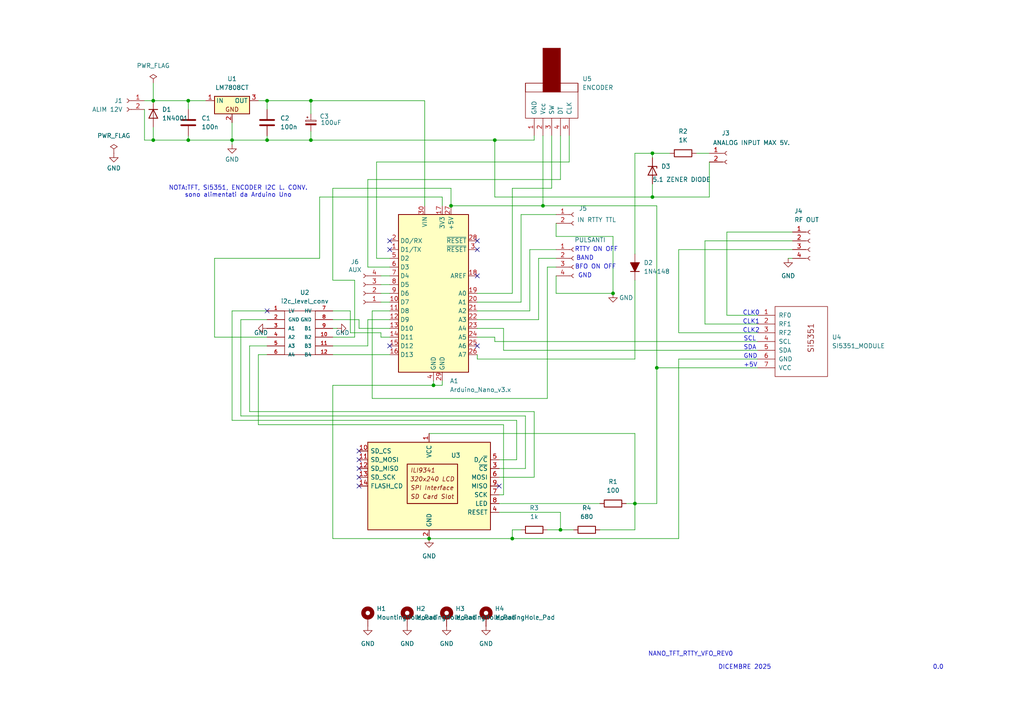
<source format=kicad_sch>
(kicad_sch
	(version 20250114)
	(generator "eeschema")
	(generator_version "9.0")
	(uuid "6e93c7e1-6a4f-4c56-97fd-14e4acfa6dfe")
	(paper "A4")
	(lib_symbols
		(symbol "Connector:Conn_01x02_Socket"
			(pin_names
				(offset 1.016)
				(hide yes)
			)
			(exclude_from_sim no)
			(in_bom yes)
			(on_board yes)
			(property "Reference" "J"
				(at 0 2.54 0)
				(effects
					(font
						(size 1.27 1.27)
					)
				)
			)
			(property "Value" "Conn_01x02_Socket"
				(at 0 -5.08 0)
				(effects
					(font
						(size 1.27 1.27)
					)
				)
			)
			(property "Footprint" ""
				(at 0 0 0)
				(effects
					(font
						(size 1.27 1.27)
					)
					(hide yes)
				)
			)
			(property "Datasheet" "~"
				(at 0 0 0)
				(effects
					(font
						(size 1.27 1.27)
					)
					(hide yes)
				)
			)
			(property "Description" "Generic connector, single row, 01x02, script generated"
				(at 0 0 0)
				(effects
					(font
						(size 1.27 1.27)
					)
					(hide yes)
				)
			)
			(property "ki_locked" ""
				(at 0 0 0)
				(effects
					(font
						(size 1.27 1.27)
					)
				)
			)
			(property "ki_keywords" "connector"
				(at 0 0 0)
				(effects
					(font
						(size 1.27 1.27)
					)
					(hide yes)
				)
			)
			(property "ki_fp_filters" "Connector*:*_1x??_*"
				(at 0 0 0)
				(effects
					(font
						(size 1.27 1.27)
					)
					(hide yes)
				)
			)
			(symbol "Conn_01x02_Socket_1_1"
				(polyline
					(pts
						(xy -1.27 0) (xy -0.508 0)
					)
					(stroke
						(width 0.1524)
						(type default)
					)
					(fill
						(type none)
					)
				)
				(polyline
					(pts
						(xy -1.27 -2.54) (xy -0.508 -2.54)
					)
					(stroke
						(width 0.1524)
						(type default)
					)
					(fill
						(type none)
					)
				)
				(arc
					(start 0 -0.508)
					(mid -0.5058 0)
					(end 0 0.508)
					(stroke
						(width 0.1524)
						(type default)
					)
					(fill
						(type none)
					)
				)
				(arc
					(start 0 -3.048)
					(mid -0.5058 -2.54)
					(end 0 -2.032)
					(stroke
						(width 0.1524)
						(type default)
					)
					(fill
						(type none)
					)
				)
				(pin passive line
					(at -5.08 0 0)
					(length 3.81)
					(name "Pin_1"
						(effects
							(font
								(size 1.27 1.27)
							)
						)
					)
					(number "1"
						(effects
							(font
								(size 1.27 1.27)
							)
						)
					)
				)
				(pin passive line
					(at -5.08 -2.54 0)
					(length 3.81)
					(name "Pin_2"
						(effects
							(font
								(size 1.27 1.27)
							)
						)
					)
					(number "2"
						(effects
							(font
								(size 1.27 1.27)
							)
						)
					)
				)
			)
			(embedded_fonts no)
		)
		(symbol "Connector:Conn_01x04_Socket"
			(pin_names
				(offset 1.016)
				(hide yes)
			)
			(exclude_from_sim no)
			(in_bom yes)
			(on_board yes)
			(property "Reference" "J"
				(at 0 5.08 0)
				(effects
					(font
						(size 1.27 1.27)
					)
				)
			)
			(property "Value" "Conn_01x04_Socket"
				(at 0 -7.62 0)
				(effects
					(font
						(size 1.27 1.27)
					)
				)
			)
			(property "Footprint" ""
				(at 0 0 0)
				(effects
					(font
						(size 1.27 1.27)
					)
					(hide yes)
				)
			)
			(property "Datasheet" "~"
				(at 0 0 0)
				(effects
					(font
						(size 1.27 1.27)
					)
					(hide yes)
				)
			)
			(property "Description" "Generic connector, single row, 01x04, script generated"
				(at 0 0 0)
				(effects
					(font
						(size 1.27 1.27)
					)
					(hide yes)
				)
			)
			(property "ki_locked" ""
				(at 0 0 0)
				(effects
					(font
						(size 1.27 1.27)
					)
				)
			)
			(property "ki_keywords" "connector"
				(at 0 0 0)
				(effects
					(font
						(size 1.27 1.27)
					)
					(hide yes)
				)
			)
			(property "ki_fp_filters" "Connector*:*_1x??_*"
				(at 0 0 0)
				(effects
					(font
						(size 1.27 1.27)
					)
					(hide yes)
				)
			)
			(symbol "Conn_01x04_Socket_1_1"
				(polyline
					(pts
						(xy -1.27 2.54) (xy -0.508 2.54)
					)
					(stroke
						(width 0.1524)
						(type default)
					)
					(fill
						(type none)
					)
				)
				(polyline
					(pts
						(xy -1.27 0) (xy -0.508 0)
					)
					(stroke
						(width 0.1524)
						(type default)
					)
					(fill
						(type none)
					)
				)
				(polyline
					(pts
						(xy -1.27 -2.54) (xy -0.508 -2.54)
					)
					(stroke
						(width 0.1524)
						(type default)
					)
					(fill
						(type none)
					)
				)
				(polyline
					(pts
						(xy -1.27 -5.08) (xy -0.508 -5.08)
					)
					(stroke
						(width 0.1524)
						(type default)
					)
					(fill
						(type none)
					)
				)
				(arc
					(start 0 2.032)
					(mid -0.5058 2.54)
					(end 0 3.048)
					(stroke
						(width 0.1524)
						(type default)
					)
					(fill
						(type none)
					)
				)
				(arc
					(start 0 -0.508)
					(mid -0.5058 0)
					(end 0 0.508)
					(stroke
						(width 0.1524)
						(type default)
					)
					(fill
						(type none)
					)
				)
				(arc
					(start 0 -3.048)
					(mid -0.5058 -2.54)
					(end 0 -2.032)
					(stroke
						(width 0.1524)
						(type default)
					)
					(fill
						(type none)
					)
				)
				(arc
					(start 0 -5.588)
					(mid -0.5058 -5.08)
					(end 0 -4.572)
					(stroke
						(width 0.1524)
						(type default)
					)
					(fill
						(type none)
					)
				)
				(pin passive line
					(at -5.08 2.54 0)
					(length 3.81)
					(name "Pin_1"
						(effects
							(font
								(size 1.27 1.27)
							)
						)
					)
					(number "1"
						(effects
							(font
								(size 1.27 1.27)
							)
						)
					)
				)
				(pin passive line
					(at -5.08 0 0)
					(length 3.81)
					(name "Pin_2"
						(effects
							(font
								(size 1.27 1.27)
							)
						)
					)
					(number "2"
						(effects
							(font
								(size 1.27 1.27)
							)
						)
					)
				)
				(pin passive line
					(at -5.08 -2.54 0)
					(length 3.81)
					(name "Pin_3"
						(effects
							(font
								(size 1.27 1.27)
							)
						)
					)
					(number "3"
						(effects
							(font
								(size 1.27 1.27)
							)
						)
					)
				)
				(pin passive line
					(at -5.08 -5.08 0)
					(length 3.81)
					(name "Pin_4"
						(effects
							(font
								(size 1.27 1.27)
							)
						)
					)
					(number "4"
						(effects
							(font
								(size 1.27 1.27)
							)
						)
					)
				)
			)
			(embedded_fonts no)
		)
		(symbol "Device:C"
			(pin_numbers
				(hide yes)
			)
			(pin_names
				(offset 0.254)
			)
			(exclude_from_sim no)
			(in_bom yes)
			(on_board yes)
			(property "Reference" "C"
				(at 0.635 2.54 0)
				(effects
					(font
						(size 1.27 1.27)
					)
					(justify left)
				)
			)
			(property "Value" "C"
				(at 0.635 -2.54 0)
				(effects
					(font
						(size 1.27 1.27)
					)
					(justify left)
				)
			)
			(property "Footprint" ""
				(at 0.9652 -3.81 0)
				(effects
					(font
						(size 1.27 1.27)
					)
					(hide yes)
				)
			)
			(property "Datasheet" "~"
				(at 0 0 0)
				(effects
					(font
						(size 1.27 1.27)
					)
					(hide yes)
				)
			)
			(property "Description" "Unpolarized capacitor"
				(at 0 0 0)
				(effects
					(font
						(size 1.27 1.27)
					)
					(hide yes)
				)
			)
			(property "ki_keywords" "cap capacitor"
				(at 0 0 0)
				(effects
					(font
						(size 1.27 1.27)
					)
					(hide yes)
				)
			)
			(property "ki_fp_filters" "C_*"
				(at 0 0 0)
				(effects
					(font
						(size 1.27 1.27)
					)
					(hide yes)
				)
			)
			(symbol "C_0_1"
				(polyline
					(pts
						(xy -2.032 0.762) (xy 2.032 0.762)
					)
					(stroke
						(width 0.508)
						(type default)
					)
					(fill
						(type none)
					)
				)
				(polyline
					(pts
						(xy -2.032 -0.762) (xy 2.032 -0.762)
					)
					(stroke
						(width 0.508)
						(type default)
					)
					(fill
						(type none)
					)
				)
			)
			(symbol "C_1_1"
				(pin passive line
					(at 0 3.81 270)
					(length 2.794)
					(name "~"
						(effects
							(font
								(size 1.27 1.27)
							)
						)
					)
					(number "1"
						(effects
							(font
								(size 1.27 1.27)
							)
						)
					)
				)
				(pin passive line
					(at 0 -3.81 90)
					(length 2.794)
					(name "~"
						(effects
							(font
								(size 1.27 1.27)
							)
						)
					)
					(number "2"
						(effects
							(font
								(size 1.27 1.27)
							)
						)
					)
				)
			)
			(embedded_fonts no)
		)
		(symbol "Device:C_Polarized_Small"
			(pin_numbers
				(hide yes)
			)
			(pin_names
				(offset 0.254)
				(hide yes)
			)
			(exclude_from_sim no)
			(in_bom yes)
			(on_board yes)
			(property "Reference" "C"
				(at 0.254 1.778 0)
				(effects
					(font
						(size 1.27 1.27)
					)
					(justify left)
				)
			)
			(property "Value" "C_Polarized_Small"
				(at 0.254 -2.032 0)
				(effects
					(font
						(size 1.27 1.27)
					)
					(justify left)
				)
			)
			(property "Footprint" ""
				(at 0 0 0)
				(effects
					(font
						(size 1.27 1.27)
					)
					(hide yes)
				)
			)
			(property "Datasheet" "~"
				(at 0 0 0)
				(effects
					(font
						(size 1.27 1.27)
					)
					(hide yes)
				)
			)
			(property "Description" "Polarized capacitor, small symbol"
				(at 0 0 0)
				(effects
					(font
						(size 1.27 1.27)
					)
					(hide yes)
				)
			)
			(property "ki_keywords" "cap capacitor"
				(at 0 0 0)
				(effects
					(font
						(size 1.27 1.27)
					)
					(hide yes)
				)
			)
			(property "ki_fp_filters" "CP_*"
				(at 0 0 0)
				(effects
					(font
						(size 1.27 1.27)
					)
					(hide yes)
				)
			)
			(symbol "C_Polarized_Small_0_1"
				(rectangle
					(start -1.524 0.6858)
					(end 1.524 0.3048)
					(stroke
						(width 0)
						(type default)
					)
					(fill
						(type none)
					)
				)
				(rectangle
					(start -1.524 -0.3048)
					(end 1.524 -0.6858)
					(stroke
						(width 0)
						(type default)
					)
					(fill
						(type outline)
					)
				)
				(polyline
					(pts
						(xy -1.27 1.524) (xy -0.762 1.524)
					)
					(stroke
						(width 0)
						(type default)
					)
					(fill
						(type none)
					)
				)
				(polyline
					(pts
						(xy -1.016 1.27) (xy -1.016 1.778)
					)
					(stroke
						(width 0)
						(type default)
					)
					(fill
						(type none)
					)
				)
			)
			(symbol "C_Polarized_Small_1_1"
				(pin passive line
					(at 0 2.54 270)
					(length 1.8542)
					(name "~"
						(effects
							(font
								(size 1.27 1.27)
							)
						)
					)
					(number "1"
						(effects
							(font
								(size 1.27 1.27)
							)
						)
					)
				)
				(pin passive line
					(at 0 -2.54 90)
					(length 1.8542)
					(name "~"
						(effects
							(font
								(size 1.27 1.27)
							)
						)
					)
					(number "2"
						(effects
							(font
								(size 1.27 1.27)
							)
						)
					)
				)
			)
			(embedded_fonts no)
		)
		(symbol "Device:D_Zener"
			(pin_numbers
				(hide yes)
			)
			(pin_names
				(offset 1.016)
				(hide yes)
			)
			(exclude_from_sim no)
			(in_bom yes)
			(on_board yes)
			(property "Reference" "D"
				(at 0 2.54 0)
				(effects
					(font
						(size 1.27 1.27)
					)
				)
			)
			(property "Value" "D_Zener"
				(at 0 -2.54 0)
				(effects
					(font
						(size 1.27 1.27)
					)
				)
			)
			(property "Footprint" ""
				(at 0 0 0)
				(effects
					(font
						(size 1.27 1.27)
					)
					(hide yes)
				)
			)
			(property "Datasheet" "~"
				(at 0 0 0)
				(effects
					(font
						(size 1.27 1.27)
					)
					(hide yes)
				)
			)
			(property "Description" "Zener diode"
				(at 0 0 0)
				(effects
					(font
						(size 1.27 1.27)
					)
					(hide yes)
				)
			)
			(property "ki_keywords" "diode"
				(at 0 0 0)
				(effects
					(font
						(size 1.27 1.27)
					)
					(hide yes)
				)
			)
			(property "ki_fp_filters" "TO-???* *_Diode_* *SingleDiode* D_*"
				(at 0 0 0)
				(effects
					(font
						(size 1.27 1.27)
					)
					(hide yes)
				)
			)
			(symbol "D_Zener_0_1"
				(polyline
					(pts
						(xy -1.27 -1.27) (xy -1.27 1.27) (xy -0.762 1.27)
					)
					(stroke
						(width 0.254)
						(type default)
					)
					(fill
						(type none)
					)
				)
				(polyline
					(pts
						(xy 1.27 0) (xy -1.27 0)
					)
					(stroke
						(width 0)
						(type default)
					)
					(fill
						(type none)
					)
				)
				(polyline
					(pts
						(xy 1.27 -1.27) (xy 1.27 1.27) (xy -1.27 0) (xy 1.27 -1.27)
					)
					(stroke
						(width 0.254)
						(type default)
					)
					(fill
						(type none)
					)
				)
			)
			(symbol "D_Zener_1_1"
				(pin passive line
					(at -3.81 0 0)
					(length 2.54)
					(name "K"
						(effects
							(font
								(size 1.27 1.27)
							)
						)
					)
					(number "1"
						(effects
							(font
								(size 1.27 1.27)
							)
						)
					)
				)
				(pin passive line
					(at 3.81 0 180)
					(length 2.54)
					(name "A"
						(effects
							(font
								(size 1.27 1.27)
							)
						)
					)
					(number "2"
						(effects
							(font
								(size 1.27 1.27)
							)
						)
					)
				)
			)
			(embedded_fonts no)
		)
		(symbol "Device:R"
			(pin_numbers
				(hide yes)
			)
			(pin_names
				(offset 0)
			)
			(exclude_from_sim no)
			(in_bom yes)
			(on_board yes)
			(property "Reference" "R"
				(at 2.032 0 90)
				(effects
					(font
						(size 1.27 1.27)
					)
				)
			)
			(property "Value" "R"
				(at 0 0 90)
				(effects
					(font
						(size 1.27 1.27)
					)
				)
			)
			(property "Footprint" ""
				(at -1.778 0 90)
				(effects
					(font
						(size 1.27 1.27)
					)
					(hide yes)
				)
			)
			(property "Datasheet" "~"
				(at 0 0 0)
				(effects
					(font
						(size 1.27 1.27)
					)
					(hide yes)
				)
			)
			(property "Description" "Resistor"
				(at 0 0 0)
				(effects
					(font
						(size 1.27 1.27)
					)
					(hide yes)
				)
			)
			(property "ki_keywords" "R res resistor"
				(at 0 0 0)
				(effects
					(font
						(size 1.27 1.27)
					)
					(hide yes)
				)
			)
			(property "ki_fp_filters" "R_*"
				(at 0 0 0)
				(effects
					(font
						(size 1.27 1.27)
					)
					(hide yes)
				)
			)
			(symbol "R_0_1"
				(rectangle
					(start -1.016 -2.54)
					(end 1.016 2.54)
					(stroke
						(width 0.254)
						(type default)
					)
					(fill
						(type none)
					)
				)
			)
			(symbol "R_1_1"
				(pin passive line
					(at 0 3.81 270)
					(length 1.27)
					(name "~"
						(effects
							(font
								(size 1.27 1.27)
							)
						)
					)
					(number "1"
						(effects
							(font
								(size 1.27 1.27)
							)
						)
					)
				)
				(pin passive line
					(at 0 -3.81 90)
					(length 1.27)
					(name "~"
						(effects
							(font
								(size 1.27 1.27)
							)
						)
					)
					(number "2"
						(effects
							(font
								(size 1.27 1.27)
							)
						)
					)
				)
			)
			(embedded_fonts no)
		)
		(symbol "Diode:1N4001"
			(pin_numbers
				(hide yes)
			)
			(pin_names
				(hide yes)
			)
			(exclude_from_sim no)
			(in_bom yes)
			(on_board yes)
			(property "Reference" "D"
				(at 0 2.54 0)
				(effects
					(font
						(size 1.27 1.27)
					)
				)
			)
			(property "Value" "1N4001"
				(at 0 -2.54 0)
				(effects
					(font
						(size 1.27 1.27)
					)
				)
			)
			(property "Footprint" "Diode_THT:D_DO-41_SOD81_P10.16mm_Horizontal"
				(at 0 0 0)
				(effects
					(font
						(size 1.27 1.27)
					)
					(hide yes)
				)
			)
			(property "Datasheet" "http://www.vishay.com/docs/88503/1n4001.pdf"
				(at 0 0 0)
				(effects
					(font
						(size 1.27 1.27)
					)
					(hide yes)
				)
			)
			(property "Description" "50V 1A General Purpose Rectifier Diode, DO-41"
				(at 0 0 0)
				(effects
					(font
						(size 1.27 1.27)
					)
					(hide yes)
				)
			)
			(property "Sim.Device" "D"
				(at 0 0 0)
				(effects
					(font
						(size 1.27 1.27)
					)
					(hide yes)
				)
			)
			(property "Sim.Pins" "1=K 2=A"
				(at 0 0 0)
				(effects
					(font
						(size 1.27 1.27)
					)
					(hide yes)
				)
			)
			(property "ki_keywords" "diode"
				(at 0 0 0)
				(effects
					(font
						(size 1.27 1.27)
					)
					(hide yes)
				)
			)
			(property "ki_fp_filters" "D*DO?41*"
				(at 0 0 0)
				(effects
					(font
						(size 1.27 1.27)
					)
					(hide yes)
				)
			)
			(symbol "1N4001_0_1"
				(polyline
					(pts
						(xy -1.27 1.27) (xy -1.27 -1.27)
					)
					(stroke
						(width 0.254)
						(type default)
					)
					(fill
						(type none)
					)
				)
				(polyline
					(pts
						(xy 1.27 1.27) (xy 1.27 -1.27) (xy -1.27 0) (xy 1.27 1.27)
					)
					(stroke
						(width 0.254)
						(type default)
					)
					(fill
						(type none)
					)
				)
				(polyline
					(pts
						(xy 1.27 0) (xy -1.27 0)
					)
					(stroke
						(width 0)
						(type default)
					)
					(fill
						(type none)
					)
				)
			)
			(symbol "1N4001_1_1"
				(pin passive line
					(at -3.81 0 0)
					(length 2.54)
					(name "K"
						(effects
							(font
								(size 1.27 1.27)
							)
						)
					)
					(number "1"
						(effects
							(font
								(size 1.27 1.27)
							)
						)
					)
				)
				(pin passive line
					(at 3.81 0 180)
					(length 2.54)
					(name "A"
						(effects
							(font
								(size 1.27 1.27)
							)
						)
					)
					(number "2"
						(effects
							(font
								(size 1.27 1.27)
							)
						)
					)
				)
			)
			(embedded_fonts no)
		)
		(symbol "Driver_Display:CR2013-MI2120"
			(pin_names
				(offset 0.762)
			)
			(exclude_from_sim no)
			(in_bom yes)
			(on_board yes)
			(property "Reference" "U"
				(at -17.526 13.97 0)
				(effects
					(font
						(size 1.27 1.27)
					)
					(justify left)
				)
			)
			(property "Value" "CR2013-MI2120"
				(at 1.905 13.97 0)
				(effects
					(font
						(size 1.27 1.27)
					)
					(justify left)
				)
			)
			(property "Footprint" "Display:CR2013-MI2120"
				(at 0 -17.78 0)
				(effects
					(font
						(size 1.27 1.27)
					)
					(hide yes)
				)
			)
			(property "Datasheet" "http://pan.baidu.com/s/11Y990"
				(at -16.51 12.7 0)
				(effects
					(font
						(size 1.27 1.27)
					)
					(hide yes)
				)
			)
			(property "Description" "ILI9341 controller, SPI TFT LCD Display, 9-pin breakout PCB, 4-pin SD card interface, 5V/3.3V"
				(at 0 0 0)
				(effects
					(font
						(size 1.27 1.27)
					)
					(hide yes)
				)
			)
			(property "ki_keywords" "driver display"
				(at 0 0 0)
				(effects
					(font
						(size 1.27 1.27)
					)
					(hide yes)
				)
			)
			(property "ki_fp_filters" "*CR2013*MI2120*"
				(at 0 0 0)
				(effects
					(font
						(size 1.27 1.27)
					)
					(hide yes)
				)
			)
			(symbol "CR2013-MI2120_0_0"
				(text "ILI9341"
					(at -5.461 4.572 0)
					(effects
						(font
							(size 1.27 1.27)
							(italic yes)
						)
						(justify left)
					)
				)
				(text "SPI Interface"
					(at -5.461 -0.508 0)
					(effects
						(font
							(size 1.27 1.27)
							(italic yes)
						)
						(justify left)
					)
				)
				(text "SD Card Slot"
					(at -5.461 -3.048 0)
					(effects
						(font
							(size 1.27 1.27)
							(italic yes)
						)
						(justify left)
					)
				)
				(text "320x240 LCD"
					(at 0.889 2.032 0)
					(effects
						(font
							(size 1.27 1.27)
							(italic yes)
						)
					)
				)
			)
			(symbol "CR2013-MI2120_0_1"
				(rectangle
					(start -17.78 12.7)
					(end 17.78 -12.7)
					(stroke
						(width 0.254)
						(type default)
					)
					(fill
						(type background)
					)
				)
				(rectangle
					(start -6.35 6.35)
					(end 8.255 -5.08)
					(stroke
						(width 0.254)
						(type default)
					)
					(fill
						(type none)
					)
				)
			)
			(symbol "CR2013-MI2120_1_1"
				(pin input line
					(at -20.32 10.16 0)
					(length 2.54)
					(name "SD_CS"
						(effects
							(font
								(size 1.27 1.27)
							)
						)
					)
					(number "10"
						(effects
							(font
								(size 1.27 1.27)
							)
						)
					)
				)
				(pin input line
					(at -20.32 7.62 0)
					(length 2.54)
					(name "SD_MOSI"
						(effects
							(font
								(size 1.27 1.27)
							)
						)
					)
					(number "11"
						(effects
							(font
								(size 1.27 1.27)
							)
						)
					)
				)
				(pin output line
					(at -20.32 5.08 0)
					(length 2.54)
					(name "SD_MISO"
						(effects
							(font
								(size 1.27 1.27)
							)
						)
					)
					(number "12"
						(effects
							(font
								(size 1.27 1.27)
							)
						)
					)
				)
				(pin input line
					(at -20.32 2.54 0)
					(length 2.54)
					(name "SD_SCK"
						(effects
							(font
								(size 1.27 1.27)
							)
						)
					)
					(number "13"
						(effects
							(font
								(size 1.27 1.27)
							)
						)
					)
				)
				(pin input line
					(at -20.32 0 0)
					(length 2.54)
					(name "FLASH_CD"
						(effects
							(font
								(size 1.27 1.27)
							)
						)
					)
					(number "14"
						(effects
							(font
								(size 1.27 1.27)
							)
						)
					)
				)
				(pin power_in line
					(at 0 15.24 270)
					(length 2.54)
					(name "VCC"
						(effects
							(font
								(size 1.27 1.27)
							)
						)
					)
					(number "1"
						(effects
							(font
								(size 1.27 1.27)
							)
						)
					)
				)
				(pin power_in line
					(at 0 -15.24 90)
					(length 2.54)
					(name "GND"
						(effects
							(font
								(size 1.27 1.27)
							)
						)
					)
					(number "2"
						(effects
							(font
								(size 1.27 1.27)
							)
						)
					)
				)
				(pin input line
					(at 20.32 7.62 180)
					(length 2.54)
					(name "D/~{C}"
						(effects
							(font
								(size 1.27 1.27)
							)
						)
					)
					(number "5"
						(effects
							(font
								(size 1.27 1.27)
							)
						)
					)
				)
				(pin input line
					(at 20.32 5.08 180)
					(length 2.54)
					(name "~{CS}"
						(effects
							(font
								(size 1.27 1.27)
							)
						)
					)
					(number "3"
						(effects
							(font
								(size 1.27 1.27)
							)
						)
					)
				)
				(pin input line
					(at 20.32 2.54 180)
					(length 2.54)
					(name "MOSI"
						(effects
							(font
								(size 1.27 1.27)
							)
						)
					)
					(number "6"
						(effects
							(font
								(size 1.27 1.27)
							)
						)
					)
				)
				(pin output line
					(at 20.32 0 180)
					(length 2.54)
					(name "MISO"
						(effects
							(font
								(size 1.27 1.27)
							)
						)
					)
					(number "9"
						(effects
							(font
								(size 1.27 1.27)
							)
						)
					)
				)
				(pin input line
					(at 20.32 -2.54 180)
					(length 2.54)
					(name "SCK"
						(effects
							(font
								(size 1.27 1.27)
							)
						)
					)
					(number "7"
						(effects
							(font
								(size 1.27 1.27)
							)
						)
					)
				)
				(pin input line
					(at 20.32 -5.08 180)
					(length 2.54)
					(name "LED"
						(effects
							(font
								(size 1.27 1.27)
							)
						)
					)
					(number "8"
						(effects
							(font
								(size 1.27 1.27)
							)
						)
					)
				)
				(pin input line
					(at 20.32 -7.62 180)
					(length 2.54)
					(name "RESET"
						(effects
							(font
								(size 1.27 1.27)
							)
						)
					)
					(number "4"
						(effects
							(font
								(size 1.27 1.27)
							)
						)
					)
				)
			)
			(embedded_fonts no)
		)
		(symbol "Encoder_ardu:ENCODER"
			(pin_names
				(offset 1.016)
			)
			(exclude_from_sim no)
			(in_bom yes)
			(on_board yes)
			(property "Reference" "U"
				(at 0 17.78 0)
				(effects
					(font
						(size 1.27 1.27)
					)
				)
			)
			(property "Value" "ENCODER"
				(at 0 22.86 0)
				(effects
					(font
						(size 1.27 1.27)
					)
				)
			)
			(property "Footprint" "kicad_lceda:ENCODER"
				(at 0 12.7 0)
				(effects
					(font
						(size 1.27 1.27)
					)
					(hide yes)
				)
			)
			(property "Datasheet" ""
				(at 0 7.62 0)
				(effects
					(font
						(size 1.27 1.27)
					)
					(hide yes)
				)
			)
			(property "Description" ""
				(at 0 0 0)
				(effects
					(font
						(size 1.27 1.27)
					)
					(hide yes)
				)
			)
			(property "SuppliersPartNumber" ""
				(at 0 2.54 0)
				(effects
					(font
						(size 1.27 1.27)
					)
					(hide yes)
				)
			)
			(property "uuid" "std:ebe7164954ad4e42970903719b829f6c"
				(at 0 2.54 0)
				(effects
					(font
						(size 1.27 1.27)
					)
					(hide yes)
				)
			)
			(symbol "ENCODER_1_1"
				(rectangle
					(start -7.62 5.08)
					(end 7.62 2.54)
					(stroke
						(width 0.1524)
						(type solid)
					)
					(fill
						(type none)
					)
				)
				(rectangle
					(start -7.62 5.08)
					(end 7.62 -5.08)
					(stroke
						(width 0.1524)
						(type solid)
					)
					(fill
						(type none)
					)
				)
				(rectangle
					(start -2.54 15.24)
					(end 2.54 2.54)
					(stroke
						(width 0.1524)
						(type solid)
					)
					(fill
						(type outline)
					)
				)
				(pin input line
					(at -5.08 -10.16 90)
					(length 5.08)
					(name "GND"
						(effects
							(font
								(size 1.27 1.27)
							)
						)
					)
					(number "1"
						(effects
							(font
								(size 1.27 1.27)
							)
						)
					)
				)
				(pin input line
					(at -2.54 -10.16 90)
					(length 5.08)
					(name "Vcc"
						(effects
							(font
								(size 1.27 1.27)
							)
						)
					)
					(number "2"
						(effects
							(font
								(size 1.27 1.27)
							)
						)
					)
				)
				(pin input line
					(at 0 -10.16 90)
					(length 5.08)
					(name "SW"
						(effects
							(font
								(size 1.27 1.27)
							)
						)
					)
					(number "3"
						(effects
							(font
								(size 1.27 1.27)
							)
						)
					)
				)
				(pin input line
					(at 2.54 -10.16 90)
					(length 5.08)
					(name "DT"
						(effects
							(font
								(size 1.27 1.27)
							)
						)
					)
					(number "4"
						(effects
							(font
								(size 1.27 1.27)
							)
						)
					)
				)
				(pin input line
					(at 5.08 -10.16 90)
					(length 5.08)
					(name "CLK"
						(effects
							(font
								(size 1.27 1.27)
							)
						)
					)
					(number "5"
						(effects
							(font
								(size 1.27 1.27)
							)
						)
					)
				)
			)
			(embedded_fonts no)
		)
		(symbol "GND_1"
			(power)
			(pin_numbers
				(hide yes)
			)
			(pin_names
				(offset 0)
				(hide yes)
			)
			(exclude_from_sim no)
			(in_bom yes)
			(on_board yes)
			(property "Reference" "#PWR"
				(at 0 -6.35 0)
				(effects
					(font
						(size 1.27 1.27)
					)
					(hide yes)
				)
			)
			(property "Value" "GND"
				(at 0 -3.81 0)
				(effects
					(font
						(size 1.27 1.27)
					)
				)
			)
			(property "Footprint" ""
				(at 0 0 0)
				(effects
					(font
						(size 1.27 1.27)
					)
					(hide yes)
				)
			)
			(property "Datasheet" ""
				(at 0 0 0)
				(effects
					(font
						(size 1.27 1.27)
					)
					(hide yes)
				)
			)
			(property "Description" "Power symbol creates a global label with name \"GND\" , ground"
				(at 0 0 0)
				(effects
					(font
						(size 1.27 1.27)
					)
					(hide yes)
				)
			)
			(property "ki_keywords" "global power"
				(at 0 0 0)
				(effects
					(font
						(size 1.27 1.27)
					)
					(hide yes)
				)
			)
			(symbol "GND_1_0_1"
				(polyline
					(pts
						(xy 0 0) (xy 0 -1.27) (xy 1.27 -1.27) (xy 0 -2.54) (xy -1.27 -1.27) (xy 0 -1.27)
					)
					(stroke
						(width 0)
						(type default)
					)
					(fill
						(type none)
					)
				)
			)
			(symbol "GND_1_1_1"
				(pin power_in line
					(at 0 0 270)
					(length 0)
					(name "~"
						(effects
							(font
								(size 1.27 1.27)
							)
						)
					)
					(number "1"
						(effects
							(font
								(size 1.27 1.27)
							)
						)
					)
				)
			)
			(embedded_fonts no)
		)
		(symbol "GND_2"
			(power)
			(pin_numbers
				(hide yes)
			)
			(pin_names
				(offset 0)
				(hide yes)
			)
			(exclude_from_sim no)
			(in_bom yes)
			(on_board yes)
			(property "Reference" "#PWR"
				(at 0 -6.35 0)
				(effects
					(font
						(size 1.27 1.27)
					)
					(hide yes)
				)
			)
			(property "Value" "GND"
				(at 0 -3.81 0)
				(effects
					(font
						(size 1.27 1.27)
					)
				)
			)
			(property "Footprint" ""
				(at 0 0 0)
				(effects
					(font
						(size 1.27 1.27)
					)
					(hide yes)
				)
			)
			(property "Datasheet" ""
				(at 0 0 0)
				(effects
					(font
						(size 1.27 1.27)
					)
					(hide yes)
				)
			)
			(property "Description" "Power symbol creates a global label with name \"GND\" , ground"
				(at 0 0 0)
				(effects
					(font
						(size 1.27 1.27)
					)
					(hide yes)
				)
			)
			(property "ki_keywords" "global power"
				(at 0 0 0)
				(effects
					(font
						(size 1.27 1.27)
					)
					(hide yes)
				)
			)
			(symbol "GND_2_0_1"
				(polyline
					(pts
						(xy 0 0) (xy 0 -1.27) (xy 1.27 -1.27) (xy 0 -2.54) (xy -1.27 -1.27) (xy 0 -1.27)
					)
					(stroke
						(width 0)
						(type default)
					)
					(fill
						(type none)
					)
				)
			)
			(symbol "GND_2_1_1"
				(pin power_in line
					(at 0 0 270)
					(length 0)
					(name "~"
						(effects
							(font
								(size 1.27 1.27)
							)
						)
					)
					(number "1"
						(effects
							(font
								(size 1.27 1.27)
							)
						)
					)
				)
			)
			(embedded_fonts no)
		)
		(symbol "MCU_Module:Arduino_Nano_v3.x"
			(exclude_from_sim no)
			(in_bom yes)
			(on_board yes)
			(property "Reference" "A"
				(at -10.16 23.495 0)
				(effects
					(font
						(size 1.27 1.27)
					)
					(justify left bottom)
				)
			)
			(property "Value" "Arduino_Nano_v3.x"
				(at 5.08 -24.13 0)
				(effects
					(font
						(size 1.27 1.27)
					)
					(justify left top)
				)
			)
			(property "Footprint" "Module:Arduino_Nano"
				(at 0 0 0)
				(effects
					(font
						(size 1.27 1.27)
						(italic yes)
					)
					(hide yes)
				)
			)
			(property "Datasheet" "http://www.mouser.com/pdfdocs/Gravitech_Arduino_Nano3_0.pdf"
				(at 0 0 0)
				(effects
					(font
						(size 1.27 1.27)
					)
					(hide yes)
				)
			)
			(property "Description" "Arduino Nano v3.x"
				(at 0 0 0)
				(effects
					(font
						(size 1.27 1.27)
					)
					(hide yes)
				)
			)
			(property "ki_keywords" "Arduino nano microcontroller module USB"
				(at 0 0 0)
				(effects
					(font
						(size 1.27 1.27)
					)
					(hide yes)
				)
			)
			(property "ki_fp_filters" "Arduino*Nano*"
				(at 0 0 0)
				(effects
					(font
						(size 1.27 1.27)
					)
					(hide yes)
				)
			)
			(symbol "Arduino_Nano_v3.x_0_1"
				(rectangle
					(start -10.16 22.86)
					(end 10.16 -22.86)
					(stroke
						(width 0.254)
						(type default)
					)
					(fill
						(type background)
					)
				)
			)
			(symbol "Arduino_Nano_v3.x_1_1"
				(pin bidirectional line
					(at -12.7 15.24 0)
					(length 2.54)
					(name "D0/RX"
						(effects
							(font
								(size 1.27 1.27)
							)
						)
					)
					(number "2"
						(effects
							(font
								(size 1.27 1.27)
							)
						)
					)
				)
				(pin bidirectional line
					(at -12.7 12.7 0)
					(length 2.54)
					(name "D1/TX"
						(effects
							(font
								(size 1.27 1.27)
							)
						)
					)
					(number "1"
						(effects
							(font
								(size 1.27 1.27)
							)
						)
					)
				)
				(pin bidirectional line
					(at -12.7 10.16 0)
					(length 2.54)
					(name "D2"
						(effects
							(font
								(size 1.27 1.27)
							)
						)
					)
					(number "5"
						(effects
							(font
								(size 1.27 1.27)
							)
						)
					)
				)
				(pin bidirectional line
					(at -12.7 7.62 0)
					(length 2.54)
					(name "D3"
						(effects
							(font
								(size 1.27 1.27)
							)
						)
					)
					(number "6"
						(effects
							(font
								(size 1.27 1.27)
							)
						)
					)
				)
				(pin bidirectional line
					(at -12.7 5.08 0)
					(length 2.54)
					(name "D4"
						(effects
							(font
								(size 1.27 1.27)
							)
						)
					)
					(number "7"
						(effects
							(font
								(size 1.27 1.27)
							)
						)
					)
				)
				(pin bidirectional line
					(at -12.7 2.54 0)
					(length 2.54)
					(name "D5"
						(effects
							(font
								(size 1.27 1.27)
							)
						)
					)
					(number "8"
						(effects
							(font
								(size 1.27 1.27)
							)
						)
					)
				)
				(pin bidirectional line
					(at -12.7 0 0)
					(length 2.54)
					(name "D6"
						(effects
							(font
								(size 1.27 1.27)
							)
						)
					)
					(number "9"
						(effects
							(font
								(size 1.27 1.27)
							)
						)
					)
				)
				(pin bidirectional line
					(at -12.7 -2.54 0)
					(length 2.54)
					(name "D7"
						(effects
							(font
								(size 1.27 1.27)
							)
						)
					)
					(number "10"
						(effects
							(font
								(size 1.27 1.27)
							)
						)
					)
				)
				(pin bidirectional line
					(at -12.7 -5.08 0)
					(length 2.54)
					(name "D8"
						(effects
							(font
								(size 1.27 1.27)
							)
						)
					)
					(number "11"
						(effects
							(font
								(size 1.27 1.27)
							)
						)
					)
				)
				(pin bidirectional line
					(at -12.7 -7.62 0)
					(length 2.54)
					(name "D9"
						(effects
							(font
								(size 1.27 1.27)
							)
						)
					)
					(number "12"
						(effects
							(font
								(size 1.27 1.27)
							)
						)
					)
				)
				(pin bidirectional line
					(at -12.7 -10.16 0)
					(length 2.54)
					(name "D10"
						(effects
							(font
								(size 1.27 1.27)
							)
						)
					)
					(number "13"
						(effects
							(font
								(size 1.27 1.27)
							)
						)
					)
				)
				(pin bidirectional line
					(at -12.7 -12.7 0)
					(length 2.54)
					(name "D11"
						(effects
							(font
								(size 1.27 1.27)
							)
						)
					)
					(number "14"
						(effects
							(font
								(size 1.27 1.27)
							)
						)
					)
				)
				(pin bidirectional line
					(at -12.7 -15.24 0)
					(length 2.54)
					(name "D12"
						(effects
							(font
								(size 1.27 1.27)
							)
						)
					)
					(number "15"
						(effects
							(font
								(size 1.27 1.27)
							)
						)
					)
				)
				(pin bidirectional line
					(at -12.7 -17.78 0)
					(length 2.54)
					(name "D13"
						(effects
							(font
								(size 1.27 1.27)
							)
						)
					)
					(number "16"
						(effects
							(font
								(size 1.27 1.27)
							)
						)
					)
				)
				(pin power_in line
					(at -2.54 25.4 270)
					(length 2.54)
					(name "VIN"
						(effects
							(font
								(size 1.27 1.27)
							)
						)
					)
					(number "30"
						(effects
							(font
								(size 1.27 1.27)
							)
						)
					)
				)
				(pin power_in line
					(at 0 -25.4 90)
					(length 2.54)
					(name "GND"
						(effects
							(font
								(size 1.27 1.27)
							)
						)
					)
					(number "4"
						(effects
							(font
								(size 1.27 1.27)
							)
						)
					)
				)
				(pin power_out line
					(at 2.54 25.4 270)
					(length 2.54)
					(name "3V3"
						(effects
							(font
								(size 1.27 1.27)
							)
						)
					)
					(number "17"
						(effects
							(font
								(size 1.27 1.27)
							)
						)
					)
				)
				(pin power_in line
					(at 2.54 -25.4 90)
					(length 2.54)
					(name "GND"
						(effects
							(font
								(size 1.27 1.27)
							)
						)
					)
					(number "29"
						(effects
							(font
								(size 1.27 1.27)
							)
						)
					)
				)
				(pin power_out line
					(at 5.08 25.4 270)
					(length 2.54)
					(name "+5V"
						(effects
							(font
								(size 1.27 1.27)
							)
						)
					)
					(number "27"
						(effects
							(font
								(size 1.27 1.27)
							)
						)
					)
				)
				(pin input line
					(at 12.7 15.24 180)
					(length 2.54)
					(name "~{RESET}"
						(effects
							(font
								(size 1.27 1.27)
							)
						)
					)
					(number "28"
						(effects
							(font
								(size 1.27 1.27)
							)
						)
					)
				)
				(pin input line
					(at 12.7 12.7 180)
					(length 2.54)
					(name "~{RESET}"
						(effects
							(font
								(size 1.27 1.27)
							)
						)
					)
					(number "3"
						(effects
							(font
								(size 1.27 1.27)
							)
						)
					)
				)
				(pin input line
					(at 12.7 5.08 180)
					(length 2.54)
					(name "AREF"
						(effects
							(font
								(size 1.27 1.27)
							)
						)
					)
					(number "18"
						(effects
							(font
								(size 1.27 1.27)
							)
						)
					)
				)
				(pin bidirectional line
					(at 12.7 0 180)
					(length 2.54)
					(name "A0"
						(effects
							(font
								(size 1.27 1.27)
							)
						)
					)
					(number "19"
						(effects
							(font
								(size 1.27 1.27)
							)
						)
					)
				)
				(pin bidirectional line
					(at 12.7 -2.54 180)
					(length 2.54)
					(name "A1"
						(effects
							(font
								(size 1.27 1.27)
							)
						)
					)
					(number "20"
						(effects
							(font
								(size 1.27 1.27)
							)
						)
					)
				)
				(pin bidirectional line
					(at 12.7 -5.08 180)
					(length 2.54)
					(name "A2"
						(effects
							(font
								(size 1.27 1.27)
							)
						)
					)
					(number "21"
						(effects
							(font
								(size 1.27 1.27)
							)
						)
					)
				)
				(pin bidirectional line
					(at 12.7 -7.62 180)
					(length 2.54)
					(name "A3"
						(effects
							(font
								(size 1.27 1.27)
							)
						)
					)
					(number "22"
						(effects
							(font
								(size 1.27 1.27)
							)
						)
					)
				)
				(pin bidirectional line
					(at 12.7 -10.16 180)
					(length 2.54)
					(name "A4"
						(effects
							(font
								(size 1.27 1.27)
							)
						)
					)
					(number "23"
						(effects
							(font
								(size 1.27 1.27)
							)
						)
					)
				)
				(pin bidirectional line
					(at 12.7 -12.7 180)
					(length 2.54)
					(name "A5"
						(effects
							(font
								(size 1.27 1.27)
							)
						)
					)
					(number "24"
						(effects
							(font
								(size 1.27 1.27)
							)
						)
					)
				)
				(pin bidirectional line
					(at 12.7 -15.24 180)
					(length 2.54)
					(name "A6"
						(effects
							(font
								(size 1.27 1.27)
							)
						)
					)
					(number "25"
						(effects
							(font
								(size 1.27 1.27)
							)
						)
					)
				)
				(pin bidirectional line
					(at 12.7 -17.78 180)
					(length 2.54)
					(name "A7"
						(effects
							(font
								(size 1.27 1.27)
							)
						)
					)
					(number "26"
						(effects
							(font
								(size 1.27 1.27)
							)
						)
					)
				)
			)
			(embedded_fonts no)
		)
		(symbol "Mechanical:MountingHole_Pad"
			(pin_numbers
				(hide yes)
			)
			(pin_names
				(offset 1.016)
				(hide yes)
			)
			(exclude_from_sim no)
			(in_bom no)
			(on_board yes)
			(property "Reference" "H"
				(at 0 6.35 0)
				(effects
					(font
						(size 1.27 1.27)
					)
				)
			)
			(property "Value" "MountingHole_Pad"
				(at 0 4.445 0)
				(effects
					(font
						(size 1.27 1.27)
					)
				)
			)
			(property "Footprint" ""
				(at 0 0 0)
				(effects
					(font
						(size 1.27 1.27)
					)
					(hide yes)
				)
			)
			(property "Datasheet" "~"
				(at 0 0 0)
				(effects
					(font
						(size 1.27 1.27)
					)
					(hide yes)
				)
			)
			(property "Description" "Mounting Hole with connection"
				(at 0 0 0)
				(effects
					(font
						(size 1.27 1.27)
					)
					(hide yes)
				)
			)
			(property "ki_keywords" "mounting hole"
				(at 0 0 0)
				(effects
					(font
						(size 1.27 1.27)
					)
					(hide yes)
				)
			)
			(property "ki_fp_filters" "MountingHole*Pad*"
				(at 0 0 0)
				(effects
					(font
						(size 1.27 1.27)
					)
					(hide yes)
				)
			)
			(symbol "MountingHole_Pad_0_1"
				(circle
					(center 0 1.27)
					(radius 1.27)
					(stroke
						(width 1.27)
						(type default)
					)
					(fill
						(type none)
					)
				)
			)
			(symbol "MountingHole_Pad_1_1"
				(pin input line
					(at 0 -2.54 90)
					(length 2.54)
					(name "1"
						(effects
							(font
								(size 1.27 1.27)
							)
						)
					)
					(number "1"
						(effects
							(font
								(size 1.27 1.27)
							)
						)
					)
				)
			)
			(embedded_fonts no)
		)
		(symbol "PCM_Diode_AKL:1N4148"
			(pin_numbers
				(hide yes)
			)
			(pin_names
				(offset 1.016)
				(hide yes)
			)
			(exclude_from_sim no)
			(in_bom yes)
			(on_board yes)
			(property "Reference" "D"
				(at 0 5.08 0)
				(effects
					(font
						(size 1.27 1.27)
					)
				)
			)
			(property "Value" "1N4148"
				(at 0 2.54 0)
				(effects
					(font
						(size 1.27 1.27)
					)
				)
			)
			(property "Footprint" "PCM_Diode_THT_AKL:D_DO-35_SOD27_P7.62mm_Horizontal"
				(at 0 0 0)
				(effects
					(font
						(size 1.27 1.27)
					)
					(hide yes)
				)
			)
			(property "Datasheet" "https://datasheet.octopart.com/1N4148TR-ON-Semiconductor-datasheet-42765246.pdf"
				(at 0 0 0)
				(effects
					(font
						(size 1.27 1.27)
					)
					(hide yes)
				)
			)
			(property "Description" "DO-35 Diode, Small Signal, Fast Switching, 75V, 150mA, 4ns, Alternate KiCad Library"
				(at 0 0 0)
				(effects
					(font
						(size 1.27 1.27)
					)
					(hide yes)
				)
			)
			(property "ki_keywords" "diode 1N4148"
				(at 0 0 0)
				(effects
					(font
						(size 1.27 1.27)
					)
					(hide yes)
				)
			)
			(property "ki_fp_filters" "TO-???* *_Diode_* *SingleDiode* D_*"
				(at 0 0 0)
				(effects
					(font
						(size 1.27 1.27)
					)
					(hide yes)
				)
			)
			(symbol "1N4148_0_1"
				(polyline
					(pts
						(xy -1.27 1.27) (xy -1.27 -1.27) (xy 1.27 0) (xy -1.27 1.27)
					)
					(stroke
						(width 0.254)
						(type default)
					)
					(fill
						(type outline)
					)
				)
				(polyline
					(pts
						(xy -1.27 0) (xy 1.27 0)
					)
					(stroke
						(width 0)
						(type default)
					)
					(fill
						(type none)
					)
				)
				(polyline
					(pts
						(xy 1.27 1.27) (xy 1.27 -1.27)
					)
					(stroke
						(width 0.254)
						(type default)
					)
					(fill
						(type none)
					)
				)
			)
			(symbol "1N4148_0_2"
				(polyline
					(pts
						(xy -2.54 -2.54) (xy 2.54 2.54)
					)
					(stroke
						(width 0)
						(type default)
					)
					(fill
						(type none)
					)
				)
				(polyline
					(pts
						(xy -0.889 -0.889) (xy -1.778 0) (xy 0.889 0.889) (xy 0 -1.778) (xy -0.889 -0.889)
					)
					(stroke
						(width 0.254)
						(type default)
					)
					(fill
						(type outline)
					)
				)
				(polyline
					(pts
						(xy 0 1.778) (xy 1.778 0)
					)
					(stroke
						(width 0.254)
						(type default)
					)
					(fill
						(type none)
					)
				)
			)
			(symbol "1N4148_1_1"
				(pin passive line
					(at -3.81 0 0)
					(length 2.54)
					(name "A"
						(effects
							(font
								(size 1.27 1.27)
							)
						)
					)
					(number "2"
						(effects
							(font
								(size 1.27 1.27)
							)
						)
					)
				)
				(pin passive line
					(at 3.81 0 180)
					(length 2.54)
					(name "K"
						(effects
							(font
								(size 1.27 1.27)
							)
						)
					)
					(number "1"
						(effects
							(font
								(size 1.27 1.27)
							)
						)
					)
				)
			)
			(symbol "1N4148_1_2"
				(pin passive line
					(at -2.54 -2.54 0)
					(length 0)
					(name "A"
						(effects
							(font
								(size 1.27 1.27)
							)
						)
					)
					(number "2"
						(effects
							(font
								(size 1.27 1.27)
							)
						)
					)
				)
				(pin passive line
					(at 2.54 2.54 180)
					(length 0)
					(name "K"
						(effects
							(font
								(size 1.27 1.27)
							)
						)
					)
					(number "1"
						(effects
							(font
								(size 1.27 1.27)
							)
						)
					)
				)
			)
			(embedded_fonts no)
		)
		(symbol "PCM_Voltage_Regulator_AKL:LM7808CT"
			(exclude_from_sim no)
			(in_bom yes)
			(on_board yes)
			(property "Reference" "U"
				(at 0 6.35 0)
				(effects
					(font
						(size 1.27 1.27)
					)
				)
			)
			(property "Value" "LM7808CT"
				(at 0 3.81 0)
				(effects
					(font
						(size 1.27 1.27)
					)
				)
			)
			(property "Footprint" "PCM_Package_TO_SOT_THT_AKL:TO-220-3_Vertical"
				(at 0 0 0)
				(effects
					(font
						(size 1.27 1.27)
					)
					(hide yes)
				)
			)
			(property "Datasheet" "https://datasheet.octopart.com/LM7805CT-Fairchild-datasheet-5337151.pdf"
				(at 0 0 0)
				(effects
					(font
						(size 1.27 1.27)
					)
					(hide yes)
				)
			)
			(property "Description" "TO-220 8V 1A 3-terminal voltage regulator, Alternate KiCad Library"
				(at 0 0 0)
				(effects
					(font
						(size 1.27 1.27)
					)
					(hide yes)
				)
			)
			(property "ki_keywords" "7808 8V 1A voltage regulator vreg pmic power supply 3-terminal"
				(at 0 0 0)
				(effects
					(font
						(size 1.27 1.27)
					)
					(hide yes)
				)
			)
			(symbol "LM7808CT_0_0"
				(rectangle
					(start -5.08 1.27)
					(end 5.08 -3.81)
					(stroke
						(width 0.254)
						(type default)
					)
					(fill
						(type background)
					)
				)
				(text "GND"
					(at 0 -2.54 0)
					(effects
						(font
							(size 1.27 1.27)
						)
					)
				)
			)
			(symbol "LM7808CT_1_1"
				(pin power_in line
					(at -7.62 0 0)
					(length 2.54)
					(name "IN"
						(effects
							(font
								(size 1.27 1.27)
							)
						)
					)
					(number "1"
						(effects
							(font
								(size 1.27 1.27)
							)
						)
					)
				)
				(pin power_in line
					(at 0 -6.35 90)
					(length 2.54)
					(name "~"
						(effects
							(font
								(size 1.27 1.27)
							)
						)
					)
					(number "2"
						(effects
							(font
								(size 1.27 1.27)
							)
						)
					)
				)
				(pin power_out line
					(at 7.62 0 180)
					(length 2.54)
					(name "OUT"
						(effects
							(font
								(size 1.27 1.27)
							)
						)
					)
					(number "3"
						(effects
							(font
								(size 1.27 1.27)
							)
						)
					)
				)
			)
			(embedded_fonts no)
		)
		(symbol "SI5351:SI5351_MODULE"
			(pin_names
				(offset 1.016)
			)
			(exclude_from_sim no)
			(in_bom yes)
			(on_board yes)
			(property "Reference" "U"
				(at 0 22.86 0)
				(effects
					(font
						(size 1.27 1.27)
					)
				)
			)
			(property "Value" "SI5351_MODULE"
				(at 0 27.94 0)
				(effects
					(font
						(size 1.27 1.27)
					)
				)
			)
			(property "Footprint" "kicad_lceda:SI5351_MODULE"
				(at 0 17.78 0)
				(effects
					(font
						(size 1.27 1.27)
					)
					(hide yes)
				)
			)
			(property "Datasheet" ""
				(at 0 12.7 0)
				(effects
					(font
						(size 1.27 1.27)
					)
					(hide yes)
				)
			)
			(property "Description" ""
				(at 0 0 0)
				(effects
					(font
						(size 1.27 1.27)
					)
					(hide yes)
				)
			)
			(property "SuppliersPartNumber" ""
				(at 0 7.62 0)
				(effects
					(font
						(size 1.27 1.27)
					)
					(hide yes)
				)
			)
			(property "uuid" "std:7d021e1cd1c44dde8167010b1d74e494"
				(at 0 7.62 0)
				(effects
					(font
						(size 1.27 1.27)
					)
					(hide yes)
				)
			)
			(symbol "SI5351_MODULE_1_1"
				(rectangle
					(start 5.08 20.32)
					(end 20.32 0)
					(stroke
						(width 0.1524)
						(type solid)
					)
					(fill
						(type none)
					)
				)
				(text "Si5351"
					(at 15.494 6.858 900)
					(effects
						(font
							(size 1.6256 1.6256)
						)
						(justify left)
					)
				)
				(pin input line
					(at 0 17.78 0)
					(length 5.08)
					(name "RF0"
						(effects
							(font
								(size 1.27 1.27)
							)
						)
					)
					(number "1"
						(effects
							(font
								(size 1.27 1.27)
							)
						)
					)
				)
				(pin input line
					(at 0 15.24 0)
					(length 5.08)
					(name "RF1"
						(effects
							(font
								(size 1.27 1.27)
							)
						)
					)
					(number "2"
						(effects
							(font
								(size 1.27 1.27)
							)
						)
					)
				)
				(pin input line
					(at 0 12.7 0)
					(length 5.08)
					(name "RF2"
						(effects
							(font
								(size 1.27 1.27)
							)
						)
					)
					(number "3"
						(effects
							(font
								(size 1.27 1.27)
							)
						)
					)
				)
				(pin input line
					(at 0 10.16 0)
					(length 5.08)
					(name "SCL"
						(effects
							(font
								(size 1.27 1.27)
							)
						)
					)
					(number "4"
						(effects
							(font
								(size 1.27 1.27)
							)
						)
					)
				)
				(pin input line
					(at 0 7.62 0)
					(length 5.08)
					(name "SDA"
						(effects
							(font
								(size 1.27 1.27)
							)
						)
					)
					(number "5"
						(effects
							(font
								(size 1.27 1.27)
							)
						)
					)
				)
				(pin input line
					(at 0 5.08 0)
					(length 5.08)
					(name "GND"
						(effects
							(font
								(size 1.27 1.27)
							)
						)
					)
					(number "6"
						(effects
							(font
								(size 1.27 1.27)
							)
						)
					)
				)
				(pin input line
					(at 0 2.54 0)
					(length 5.08)
					(name "VCC"
						(effects
							(font
								(size 1.27 1.27)
							)
						)
					)
					(number "7"
						(effects
							(font
								(size 1.27 1.27)
							)
						)
					)
				)
			)
			(embedded_fonts no)
		)
		(symbol "i2c_lev_converter:bidirectioanl_logic_level_converter"
			(pin_names
				(offset 1.016)
			)
			(exclude_from_sim no)
			(in_bom yes)
			(on_board yes)
			(property "Reference" "U2"
				(at 2.032 12.954 0)
				(effects
					(font
						(size 1.27 1.27)
					)
				)
			)
			(property "Value" "i2c_level_conv"
				(at 2.032 10.414 0)
				(effects
					(font
						(size 1.27 1.27)
					)
				)
			)
			(property "Footprint" "i2c_lev_converter:IIC-I2C-LOGIC-LEVEL-CONVERTER-4CH"
				(at 0 7.7216 0)
				(effects
					(font
						(size 1.27 1.27)
					)
					(hide yes)
				)
			)
			(property "Datasheet" ""
				(at 0 2.6416 0)
				(effects
					(font
						(size 1.27 1.27)
					)
					(hide yes)
				)
			)
			(property "Description" ""
				(at 0 0 0)
				(effects
					(font
						(size 1.27 1.27)
					)
					(hide yes)
				)
			)
			(property "SuppliersPartNumber" ""
				(at 0 -2.4384 0)
				(effects
					(font
						(size 1.27 1.27)
					)
					(hide yes)
				)
			)
			(property "uuid" "std:8732e316278c471bbbb5828b581b4ce7"
				(at 0 -2.4384 0)
				(effects
					(font
						(size 1.27 1.27)
					)
					(hide yes)
				)
			)
			(symbol "bidirectioanl_logic_level_converter_1_1"
				(rectangle
					(start -3.81 7.62)
					(end 5.08 -5.08)
					(stroke
						(width 0.1524)
						(type solid)
					)
					(fill
						(type none)
					)
				)
				(pin input line
					(at -8.89 7.62 0)
					(length 5.08)
					(name "LV"
						(effects
							(font
								(size 1.016 1.016)
							)
						)
					)
					(number "1"
						(effects
							(font
								(size 1.016 1.016)
							)
						)
					)
				)
				(pin input line
					(at -8.89 5.08 0)
					(length 5.08)
					(name "GND"
						(effects
							(font
								(size 1.016 1.016)
							)
						)
					)
					(number "2"
						(effects
							(font
								(size 1.016 1.016)
							)
						)
					)
				)
				(pin input line
					(at -8.89 2.54 0)
					(length 5.08)
					(name "A1"
						(effects
							(font
								(size 1.016 1.016)
							)
						)
					)
					(number "3"
						(effects
							(font
								(size 1.016 1.016)
							)
						)
					)
				)
				(pin input line
					(at -8.89 0 0)
					(length 5.08)
					(name "A2"
						(effects
							(font
								(size 1.016 1.016)
							)
						)
					)
					(number "4"
						(effects
							(font
								(size 1.016 1.016)
							)
						)
					)
				)
				(pin input line
					(at -8.89 -2.54 0)
					(length 5.08)
					(name "A3"
						(effects
							(font
								(size 1.016 1.016)
							)
						)
					)
					(number "5"
						(effects
							(font
								(size 1.016 1.016)
							)
						)
					)
				)
				(pin input line
					(at -8.89 -5.08 0)
					(length 5.08)
					(name "A4"
						(effects
							(font
								(size 1.016 1.016)
							)
						)
					)
					(number "6"
						(effects
							(font
								(size 1.016 1.016)
							)
						)
					)
				)
				(pin input line
					(at 10.16 7.62 180)
					(length 5.08)
					(name "HV"
						(effects
							(font
								(size 1.016 1.016)
							)
						)
					)
					(number "7"
						(effects
							(font
								(size 1.016 1.016)
							)
						)
					)
				)
				(pin input line
					(at 10.16 5.08 180)
					(length 5.08)
					(name "GND"
						(effects
							(font
								(size 1.016 1.016)
							)
						)
					)
					(number "8"
						(effects
							(font
								(size 1.016 1.016)
							)
						)
					)
				)
				(pin input line
					(at 10.16 2.54 180)
					(length 5.08)
					(name "B1"
						(effects
							(font
								(size 1.016 1.016)
							)
						)
					)
					(number "9"
						(effects
							(font
								(size 1.016 1.016)
							)
						)
					)
				)
				(pin input line
					(at 10.16 0 180)
					(length 5.08)
					(name "B2"
						(effects
							(font
								(size 1.016 1.016)
							)
						)
					)
					(number "10"
						(effects
							(font
								(size 1.016 1.016)
							)
						)
					)
				)
				(pin input line
					(at 10.16 -2.54 180)
					(length 5.08)
					(name "B3"
						(effects
							(font
								(size 1.016 1.016)
							)
						)
					)
					(number "11"
						(effects
							(font
								(size 1.016 1.016)
							)
						)
					)
				)
				(pin input line
					(at 10.16 -5.08 180)
					(length 5.08)
					(name "B4"
						(effects
							(font
								(size 1.016 1.016)
							)
						)
					)
					(number "12"
						(effects
							(font
								(size 1.016 1.016)
							)
						)
					)
				)
			)
			(embedded_fonts no)
		)
		(symbol "power:GND"
			(power)
			(pin_names
				(offset 0)
			)
			(exclude_from_sim no)
			(in_bom yes)
			(on_board yes)
			(property "Reference" "#PWR"
				(at 0 -6.35 0)
				(effects
					(font
						(size 1.27 1.27)
					)
					(hide yes)
				)
			)
			(property "Value" "GND"
				(at 0 -3.81 0)
				(effects
					(font
						(size 1.27 1.27)
					)
				)
			)
			(property "Footprint" ""
				(at 0 0 0)
				(effects
					(font
						(size 1.27 1.27)
					)
					(hide yes)
				)
			)
			(property "Datasheet" ""
				(at 0 0 0)
				(effects
					(font
						(size 1.27 1.27)
					)
					(hide yes)
				)
			)
			(property "Description" "Power symbol creates a global label with name \"GND\" , ground"
				(at 0 0 0)
				(effects
					(font
						(size 1.27 1.27)
					)
					(hide yes)
				)
			)
			(property "ki_keywords" "global power"
				(at 0 0 0)
				(effects
					(font
						(size 1.27 1.27)
					)
					(hide yes)
				)
			)
			(symbol "GND_0_1"
				(polyline
					(pts
						(xy 0 0) (xy 0 -1.27) (xy 1.27 -1.27) (xy 0 -2.54) (xy -1.27 -1.27) (xy 0 -1.27)
					)
					(stroke
						(width 0)
						(type default)
					)
					(fill
						(type none)
					)
				)
			)
			(symbol "GND_1_1"
				(pin power_in line
					(at 0 0 270)
					(length 0)
					(hide yes)
					(name "GND"
						(effects
							(font
								(size 1.27 1.27)
							)
						)
					)
					(number "1"
						(effects
							(font
								(size 1.27 1.27)
							)
						)
					)
				)
			)
			(embedded_fonts no)
		)
		(symbol "power:PWR_FLAG"
			(power)
			(pin_numbers
				(hide yes)
			)
			(pin_names
				(offset 0)
				(hide yes)
			)
			(exclude_from_sim no)
			(in_bom yes)
			(on_board yes)
			(property "Reference" "#FLG"
				(at 0 1.905 0)
				(effects
					(font
						(size 1.27 1.27)
					)
					(hide yes)
				)
			)
			(property "Value" "PWR_FLAG"
				(at 0 3.81 0)
				(effects
					(font
						(size 1.27 1.27)
					)
				)
			)
			(property "Footprint" ""
				(at 0 0 0)
				(effects
					(font
						(size 1.27 1.27)
					)
					(hide yes)
				)
			)
			(property "Datasheet" "~"
				(at 0 0 0)
				(effects
					(font
						(size 1.27 1.27)
					)
					(hide yes)
				)
			)
			(property "Description" "Special symbol for telling ERC where power comes from"
				(at 0 0 0)
				(effects
					(font
						(size 1.27 1.27)
					)
					(hide yes)
				)
			)
			(property "ki_keywords" "flag power"
				(at 0 0 0)
				(effects
					(font
						(size 1.27 1.27)
					)
					(hide yes)
				)
			)
			(symbol "PWR_FLAG_0_0"
				(pin power_out line
					(at 0 0 90)
					(length 0)
					(name "~"
						(effects
							(font
								(size 1.27 1.27)
							)
						)
					)
					(number "1"
						(effects
							(font
								(size 1.27 1.27)
							)
						)
					)
				)
			)
			(symbol "PWR_FLAG_0_1"
				(polyline
					(pts
						(xy 0 0) (xy 0 1.27) (xy -1.016 1.905) (xy 0 2.54) (xy 1.016 1.905) (xy 0 1.27)
					)
					(stroke
						(width 0)
						(type default)
					)
					(fill
						(type none)
					)
				)
			)
			(embedded_fonts no)
		)
	)
	(text "BAND"
		(exclude_from_sim no)
		(at 169.672 74.93 0)
		(effects
			(font
				(size 1.27 1.27)
			)
		)
		(uuid "01e487bb-a544-4728-b912-1d06313f7cdb")
	)
	(text "NOTA:TFT, SI5351, ENCODER I2C L. CONV.\nsono alimentati da Arduino Uno"
		(exclude_from_sim no)
		(at 69.088 55.626 0)
		(effects
			(font
				(size 1.27 1.27)
			)
		)
		(uuid "16719d40-8f69-4f02-9741-ff5a800324c8")
	)
	(text "+5V"
		(exclude_from_sim no)
		(at 215.646 106.68 0)
		(effects
			(font
				(size 1.27 1.27)
			)
			(justify left bottom)
		)
		(uuid "20c6ae1e-9b49-4762-a880-c4cc8600f9e5")
	)
	(text "SCL"
		(exclude_from_sim no)
		(at 215.646 99.06 0)
		(effects
			(font
				(size 1.27 1.27)
			)
			(justify left bottom)
		)
		(uuid "335410d0-255e-4221-bba2-641f5283a5c2")
	)
	(text "GND"
		(exclude_from_sim no)
		(at 169.672 80.01 0)
		(effects
			(font
				(size 1.27 1.27)
			)
		)
		(uuid "3d062024-8474-4865-89bc-c133febe57ac")
	)
	(text "SDA"
		(exclude_from_sim no)
		(at 215.646 101.6 0)
		(effects
			(font
				(size 1.27 1.27)
			)
			(justify left bottom)
		)
		(uuid "5d6c26c3-5742-4369-ac97-b40f2ab6857e")
	)
	(text "0.0"
		(exclude_from_sim no)
		(at 270.51 194.31 0)
		(effects
			(font
				(size 1.27 1.27)
			)
			(justify left bottom)
		)
		(uuid "713e4e32-7a28-436a-839a-17cf4a1f8618")
	)
	(text "RTTY ON OFF"
		(exclude_from_sim no)
		(at 172.974 72.39 0)
		(effects
			(font
				(size 1.27 1.27)
			)
		)
		(uuid "80de4fc7-a091-4f57-815a-19c638c0a5f1")
	)
	(text "BFO ON OFF"
		(exclude_from_sim no)
		(at 172.72 77.47 0)
		(effects
			(font
				(size 1.27 1.27)
			)
		)
		(uuid "8aca4975-922d-48f9-87ca-6999d1bf565e")
	)
	(text "CLK2"
		(exclude_from_sim no)
		(at 215.392 96.647 0)
		(effects
			(font
				(size 1.27 1.27)
			)
			(justify left bottom)
		)
		(uuid "b59b3145-38ab-455d-91d6-adc55e725ba3")
	)
	(text "NANO_TFT_RTTY_VFO_REV0"
		(exclude_from_sim no)
		(at 187.96 190.5 0)
		(effects
			(font
				(size 1.27 1.27)
			)
			(justify left bottom)
		)
		(uuid "bb50b499-7f91-4490-9163-09d9b083de2c")
	)
	(text "CLK1"
		(exclude_from_sim no)
		(at 215.392 94.107 0)
		(effects
			(font
				(size 1.27 1.27)
			)
			(justify left bottom)
		)
		(uuid "d22cc347-a62d-4cce-9498-5e24099cddd5")
	)
	(text "CLK0"
		(exclude_from_sim no)
		(at 215.392 91.567 0)
		(effects
			(font
				(size 1.27 1.27)
			)
			(justify left bottom)
		)
		(uuid "e1f23e83-d1f8-42c1-bc59-31c1d1a599b1")
	)
	(text "GND"
		(exclude_from_sim no)
		(at 215.646 104.14 0)
		(effects
			(font
				(size 1.27 1.27)
			)
			(justify left bottom)
		)
		(uuid "f4b337d0-9dab-4da4-8898-5bd5eae7bf79")
	)
	(text "DICEMBRE 2025"
		(exclude_from_sim no)
		(at 208.28 194.31 0)
		(effects
			(font
				(size 1.27 1.27)
			)
			(justify left bottom)
		)
		(uuid "f573a072-61a6-4614-a8d8-4268ddb1ec03")
	)
	(junction
		(at 125.73 111.76)
		(diameter 0)
		(color 0 0 0 0)
		(uuid "19516cfa-790c-4748-8352-cdd7af4af32b")
	)
	(junction
		(at 148.59 156.21)
		(diameter 0)
		(color 0 0 0 0)
		(uuid "26b4063e-1ae7-4492-b855-49e7f48cca96")
	)
	(junction
		(at 54.61 40.64)
		(diameter 0)
		(color 0 0 0 0)
		(uuid "2ca476b7-5cba-4439-9e55-22b6b70204f8")
	)
	(junction
		(at 177.8 85.09)
		(diameter 0)
		(color 0 0 0 0)
		(uuid "2f92f190-4906-4028-96a4-0c61d36694f7")
	)
	(junction
		(at 44.45 40.64)
		(diameter 0)
		(color 0 0 0 0)
		(uuid "31b08e0a-3a90-4858-89f6-e4107262c076")
	)
	(junction
		(at 157.48 59.69)
		(diameter 0)
		(color 0 0 0 0)
		(uuid "3bbacc74-4568-4958-951f-9bf745a61456")
	)
	(junction
		(at 90.17 29.21)
		(diameter 0)
		(color 0 0 0 0)
		(uuid "44869781-121d-4a31-b49d-187fc8443457")
	)
	(junction
		(at 77.47 40.64)
		(diameter 0)
		(color 0 0 0 0)
		(uuid "6e01007c-935a-46d4-b773-a00ea610c2c6")
	)
	(junction
		(at 190.5 106.68)
		(diameter 0)
		(color 0 0 0 0)
		(uuid "90afe1da-b7c4-488b-aed2-dc4aacb95e36")
	)
	(junction
		(at 44.45 29.21)
		(diameter 0)
		(color 0 0 0 0)
		(uuid "91e821e0-ac41-4d29-a0eb-c72942ee4872")
	)
	(junction
		(at 189.23 44.45)
		(diameter 0)
		(color 0 0 0 0)
		(uuid "b3ed37d4-db46-432f-977b-79a52a39171c")
	)
	(junction
		(at 67.31 40.64)
		(diameter 0)
		(color 0 0 0 0)
		(uuid "b55b9ae7-5a03-4002-a54f-d7b749f8254c")
	)
	(junction
		(at 189.23 57.15)
		(diameter 0)
		(color 0 0 0 0)
		(uuid "b5b86474-1329-4d9d-b2a8-eb08f9b2dfbf")
	)
	(junction
		(at 77.47 29.21)
		(diameter 0)
		(color 0 0 0 0)
		(uuid "bc4be1ee-ee5f-4c33-9565-3ae6d14a33f4")
	)
	(junction
		(at 130.81 59.69)
		(diameter 0)
		(color 0 0 0 0)
		(uuid "c436db13-caa0-4514-acdb-8090bed19645")
	)
	(junction
		(at 90.17 40.64)
		(diameter 0)
		(color 0 0 0 0)
		(uuid "cc6cf3f9-4660-4d62-bdd4-6bb7a99bba19")
	)
	(junction
		(at 54.61 29.21)
		(diameter 0)
		(color 0 0 0 0)
		(uuid "e78841ab-3d4c-4129-a8c0-ee1ff90bcb89")
	)
	(junction
		(at 162.56 153.67)
		(diameter 0)
		(color 0 0 0 0)
		(uuid "e98730a0-91dd-407e-a4b8-f23a622893b2")
	)
	(junction
		(at 184.15 146.05)
		(diameter 0)
		(color 0 0 0 0)
		(uuid "f0ea3081-1ac9-4011-8806-c010288e6355")
	)
	(junction
		(at 124.46 156.21)
		(diameter 0)
		(color 0 0 0 0)
		(uuid "f8aa71ff-f325-4325-9ad8-7f07638f1836")
	)
	(junction
		(at 143.51 40.64)
		(diameter 0)
		(color 0 0 0 0)
		(uuid "fa0cd4a9-20a3-473f-b181-238d158cf31c")
	)
	(no_connect
		(at 104.14 138.43)
		(uuid "2a1345e0-7cbe-4c43-8ea0-1cb5fe912f80")
	)
	(no_connect
		(at 144.78 140.97)
		(uuid "39a85db6-39cc-405a-bfa6-e91b705514ed")
	)
	(no_connect
		(at 104.14 140.97)
		(uuid "3bbd4aea-eebb-47e9-a783-a1fbd8d16c7e")
	)
	(no_connect
		(at 113.03 100.33)
		(uuid "469dcb07-a1d1-4a3c-bb77-bd2fa18677b6")
	)
	(no_connect
		(at 138.43 100.33)
		(uuid "977f7ba2-7c02-4ba2-a706-c76ec792518b")
	)
	(no_connect
		(at 138.43 69.85)
		(uuid "9e6374ea-1b22-4676-9751-2606d45a674b")
	)
	(no_connect
		(at 113.03 69.85)
		(uuid "a2e53335-5dae-48b7-9000-f3c5af1f3d65")
	)
	(no_connect
		(at 104.14 135.89)
		(uuid "ae1e8946-8e65-4a1e-91fc-1c1ea30ffed3")
	)
	(no_connect
		(at 104.14 130.81)
		(uuid "b8ce5086-da19-4024-b644-ab3ee48d9e94")
	)
	(no_connect
		(at 138.43 72.39)
		(uuid "bdb66609-6820-40f8-b618-804d5548688a")
	)
	(no_connect
		(at 113.03 72.39)
		(uuid "d53cc3fb-bc79-43e5-9e84-825c2168b68b")
	)
	(no_connect
		(at 104.14 133.35)
		(uuid "dda6f2e5-1ee2-442b-b866-3429018f9307")
	)
	(no_connect
		(at 138.43 80.01)
		(uuid "e8156d74-fee7-4cde-bf48-ae7aa6c7ac0c")
	)
	(no_connect
		(at 77.47 90.17)
		(uuid "feb09514-4e45-4745-8b2f-5eddf9af9a8f")
	)
	(wire
		(pts
			(xy 54.61 29.21) (xy 54.61 31.75)
		)
		(stroke
			(width 0)
			(type default)
		)
		(uuid "03f64916-0a63-4aaf-ad36-a379af495e0f")
	)
	(wire
		(pts
			(xy 210.82 91.44) (xy 219.71 91.44)
		)
		(stroke
			(width 0)
			(type default)
		)
		(uuid "04401b8d-388f-4e9b-b36d-07c581fdf710")
	)
	(wire
		(pts
			(xy 148.59 85.09) (xy 148.59 54.61)
		)
		(stroke
			(width 0)
			(type default)
		)
		(uuid "057c6f36-faaa-4fbe-a860-f4b1f22becd5")
	)
	(wire
		(pts
			(xy 146.05 123.19) (xy 74.93 123.19)
		)
		(stroke
			(width 0)
			(type default)
		)
		(uuid "065a44d5-2806-4e80-9ea6-b793d440c426")
	)
	(wire
		(pts
			(xy 113.03 97.79) (xy 110.49 97.79)
		)
		(stroke
			(width 0)
			(type default)
		)
		(uuid "073ab736-2e74-4ec9-8113-45b96366db93")
	)
	(wire
		(pts
			(xy 107.95 90.17) (xy 113.03 90.17)
		)
		(stroke
			(width 0)
			(type default)
		)
		(uuid "0780e03b-3f31-4616-a012-18d478e6e0b6")
	)
	(wire
		(pts
			(xy 77.47 39.37) (xy 77.47 40.64)
		)
		(stroke
			(width 0)
			(type default)
		)
		(uuid "088325e5-a130-425b-b318-ec4f96ac5ede")
	)
	(wire
		(pts
			(xy 143.51 99.06) (xy 219.71 99.06)
		)
		(stroke
			(width 0)
			(type default)
		)
		(uuid "08cea5f5-3bdd-46d7-84ef-a32e55c21ff1")
	)
	(wire
		(pts
			(xy 130.81 59.69) (xy 130.81 54.61)
		)
		(stroke
			(width 0)
			(type default)
		)
		(uuid "09165c65-ead4-4f02-869e-fd5bf15bbbd5")
	)
	(wire
		(pts
			(xy 96.52 97.79) (xy 102.87 97.79)
		)
		(stroke
			(width 0)
			(type default)
		)
		(uuid "0b4dc85d-1842-44a1-aff1-c04a4d7e0bc2")
	)
	(wire
		(pts
			(xy 69.85 92.71) (xy 77.47 92.71)
		)
		(stroke
			(width 0)
			(type default)
		)
		(uuid "0dd9120c-0c0b-4872-93c7-da9cda2c7217")
	)
	(wire
		(pts
			(xy 184.15 146.05) (xy 190.5 146.05)
		)
		(stroke
			(width 0)
			(type default)
		)
		(uuid "102b5c97-94ab-41e1-bdfa-b134870e15f7")
	)
	(wire
		(pts
			(xy 138.43 90.17) (xy 153.67 90.17)
		)
		(stroke
			(width 0)
			(type default)
		)
		(uuid "10b89385-60fe-4b20-a920-8ca9908a11cd")
	)
	(wire
		(pts
			(xy 196.85 72.39) (xy 229.87 72.39)
		)
		(stroke
			(width 0)
			(type default)
		)
		(uuid "135b2042-e839-4a92-bfb9-9b5a20399592")
	)
	(wire
		(pts
			(xy 156.21 74.93) (xy 161.29 74.93)
		)
		(stroke
			(width 0)
			(type default)
		)
		(uuid "14e4035c-f8a7-43fa-a4a7-fedc74b7c0c1")
	)
	(wire
		(pts
			(xy 102.87 81.28) (xy 102.87 97.79)
		)
		(stroke
			(width 0)
			(type default)
		)
		(uuid "151fe878-6785-4323-ad01-1a9c8bf6cac8")
	)
	(wire
		(pts
			(xy 149.86 121.92) (xy 67.31 121.92)
		)
		(stroke
			(width 0)
			(type default)
		)
		(uuid "1679c81b-0091-45cc-b2a3-5f57edab7355")
	)
	(wire
		(pts
			(xy 113.03 92.71) (xy 106.68 92.71)
		)
		(stroke
			(width 0)
			(type default)
		)
		(uuid "16ba35c1-ae3d-4652-8431-b3e69ce70783")
	)
	(wire
		(pts
			(xy 96.52 95.25) (xy 97.79 95.25)
		)
		(stroke
			(width 0)
			(type default)
		)
		(uuid "176ec1dd-6ece-4086-90e1-d53ee9e422a1")
	)
	(wire
		(pts
			(xy 210.82 67.31) (xy 210.82 91.44)
		)
		(stroke
			(width 0)
			(type default)
		)
		(uuid "1aa986df-ddb3-4936-bdf0-b4a5fa2e4b1d")
	)
	(wire
		(pts
			(xy 219.71 96.52) (xy 196.85 96.52)
		)
		(stroke
			(width 0)
			(type default)
		)
		(uuid "1c18808c-bf4e-473c-abb0-fd693c06bcb4")
	)
	(wire
		(pts
			(xy 161.29 68.58) (xy 177.8 68.58)
		)
		(stroke
			(width 0)
			(type default)
		)
		(uuid "1c58facd-6557-46dc-bf8d-d8384fda42d6")
	)
	(wire
		(pts
			(xy 151.13 62.23) (xy 161.29 62.23)
		)
		(stroke
			(width 0)
			(type default)
		)
		(uuid "1d7f4247-3cb4-4bff-9363-800b96682020")
	)
	(wire
		(pts
			(xy 96.52 100.33) (xy 106.68 100.33)
		)
		(stroke
			(width 0)
			(type default)
		)
		(uuid "1db30864-337e-4e63-9ec4-e78eb648b905")
	)
	(wire
		(pts
			(xy 184.15 81.28) (xy 184.15 104.14)
		)
		(stroke
			(width 0)
			(type default)
		)
		(uuid "1dd21046-cc47-4124-a254-525576fe29dc")
	)
	(wire
		(pts
			(xy 189.23 44.45) (xy 194.31 44.45)
		)
		(stroke
			(width 0)
			(type default)
		)
		(uuid "1f26dc6e-d6ca-4de4-9f14-10d388da0d4d")
	)
	(wire
		(pts
			(xy 110.49 96.52) (xy 101.6 96.52)
		)
		(stroke
			(width 0)
			(type default)
		)
		(uuid "2128daab-88df-495e-a78f-a5cc2b12c398")
	)
	(wire
		(pts
			(xy 152.4 135.89) (xy 152.4 120.65)
		)
		(stroke
			(width 0)
			(type default)
		)
		(uuid "23566de2-d12a-45ee-a9b6-8126d8b2a4c3")
	)
	(wire
		(pts
			(xy 144.78 148.59) (xy 162.56 148.59)
		)
		(stroke
			(width 0)
			(type default)
		)
		(uuid "2798e8fa-ef0f-4363-bb3b-f9c569858c8c")
	)
	(wire
		(pts
			(xy 184.15 44.45) (xy 189.23 44.45)
		)
		(stroke
			(width 0)
			(type default)
		)
		(uuid "27c3a8a3-2e06-4d28-a424-3bca55392a51")
	)
	(wire
		(pts
			(xy 44.45 29.21) (xy 54.61 29.21)
		)
		(stroke
			(width 0)
			(type default)
		)
		(uuid "2970e8ca-7b24-4361-b5d2-82108101c934")
	)
	(wire
		(pts
			(xy 67.31 90.17) (xy 77.47 90.17)
		)
		(stroke
			(width 0)
			(type default)
		)
		(uuid "2a259813-4ad1-428f-95f2-e62105e02137")
	)
	(wire
		(pts
			(xy 130.81 54.61) (xy 96.52 54.61)
		)
		(stroke
			(width 0)
			(type default)
		)
		(uuid "2b556c73-d60e-4c13-b439-668c48b02fd1")
	)
	(wire
		(pts
			(xy 173.99 153.67) (xy 184.15 153.67)
		)
		(stroke
			(width 0)
			(type default)
		)
		(uuid "2d5a024c-8a73-4c95-b0e6-8f0c1c68911a")
	)
	(wire
		(pts
			(xy 152.4 120.65) (xy 69.85 120.65)
		)
		(stroke
			(width 0)
			(type default)
		)
		(uuid "2d639327-785a-4813-b5df-e036058214b3")
	)
	(wire
		(pts
			(xy 196.85 72.39) (xy 196.85 96.52)
		)
		(stroke
			(width 0)
			(type default)
		)
		(uuid "2e09e89f-6a1e-4169-a72b-5b4a3c7037d8")
	)
	(wire
		(pts
			(xy 90.17 40.64) (xy 143.51 40.64)
		)
		(stroke
			(width 0)
			(type default)
		)
		(uuid "31cc325e-651a-43d2-a0a1-3eb8b65c2cc4")
	)
	(wire
		(pts
			(xy 161.29 85.09) (xy 177.8 85.09)
		)
		(stroke
			(width 0)
			(type default)
		)
		(uuid "31df06f2-cf29-42b7-8635-7a0a7d9b97aa")
	)
	(wire
		(pts
			(xy 153.67 72.39) (xy 161.29 72.39)
		)
		(stroke
			(width 0)
			(type default)
		)
		(uuid "36a95fda-58dd-49f5-8813-2e656a41f534")
	)
	(wire
		(pts
			(xy 77.47 29.21) (xy 90.17 29.21)
		)
		(stroke
			(width 0)
			(type default)
		)
		(uuid "38f99cd9-28be-4271-aed1-30c347d99b38")
	)
	(wire
		(pts
			(xy 210.82 67.31) (xy 229.87 67.31)
		)
		(stroke
			(width 0)
			(type default)
		)
		(uuid "39397052-5d13-4a5a-9fb1-2415a0e08d4f")
	)
	(wire
		(pts
			(xy 144.78 135.89) (xy 152.4 135.89)
		)
		(stroke
			(width 0)
			(type default)
		)
		(uuid "3a7459d5-11d0-40b0-90a9-937be38a137e")
	)
	(wire
		(pts
			(xy 228.6 74.93) (xy 229.87 74.93)
		)
		(stroke
			(width 0)
			(type default)
		)
		(uuid "3acf0e7f-bd55-4360-9d24-f5a2c0ea22a5")
	)
	(wire
		(pts
			(xy 123.19 29.21) (xy 123.19 59.69)
		)
		(stroke
			(width 0)
			(type default)
		)
		(uuid "3e68e22d-ea4b-4169-8f31-3ee0b0d61cef")
	)
	(wire
		(pts
			(xy 109.22 46.99) (xy 109.22 74.93)
		)
		(stroke
			(width 0)
			(type default)
		)
		(uuid "3e7d3b91-c9e5-4bfd-8083-dbbc27eb1387")
	)
	(wire
		(pts
			(xy 72.39 100.33) (xy 72.39 119.38)
		)
		(stroke
			(width 0)
			(type default)
		)
		(uuid "3f608ed4-6cf5-4775-9e5c-1426dc31b5c6")
	)
	(wire
		(pts
			(xy 107.95 115.57) (xy 107.95 90.17)
		)
		(stroke
			(width 0)
			(type default)
		)
		(uuid "3fc6c9ea-ccc7-4503-9264-2db44a2737be")
	)
	(wire
		(pts
			(xy 143.51 40.64) (xy 154.94 40.64)
		)
		(stroke
			(width 0)
			(type default)
		)
		(uuid "415569e1-862d-44c4-abc0-abe3dc20d599")
	)
	(wire
		(pts
			(xy 67.31 40.64) (xy 67.31 41.91)
		)
		(stroke
			(width 0)
			(type default)
		)
		(uuid "42938812-f766-4151-a992-cd744d868e09")
	)
	(wire
		(pts
			(xy 106.68 52.07) (xy 162.56 52.07)
		)
		(stroke
			(width 0)
			(type default)
		)
		(uuid "42d4f2c7-07a0-4bcf-86c5-7455d4517b50")
	)
	(wire
		(pts
			(xy 44.45 24.13) (xy 44.45 29.21)
		)
		(stroke
			(width 0)
			(type default)
		)
		(uuid "431504c6-b016-4720-a755-c25ff0abc70b")
	)
	(wire
		(pts
			(xy 190.5 106.68) (xy 190.5 146.05)
		)
		(stroke
			(width 0)
			(type default)
		)
		(uuid "437e46b9-07a2-4aa6-a8db-049e1bfcdbdb")
	)
	(wire
		(pts
			(xy 69.85 92.71) (xy 69.85 120.65)
		)
		(stroke
			(width 0)
			(type default)
		)
		(uuid "4877dfc4-8c19-4010-8c3d-71db82e6f066")
	)
	(wire
		(pts
			(xy 154.94 138.43) (xy 144.78 138.43)
		)
		(stroke
			(width 0)
			(type default)
		)
		(uuid "49da00e1-d9ae-4845-95ea-1f9a083911a7")
	)
	(wire
		(pts
			(xy 96.52 54.61) (xy 96.52 81.28)
		)
		(stroke
			(width 0)
			(type default)
		)
		(uuid "4a522c9a-a345-48dc-b606-b18775c8796e")
	)
	(wire
		(pts
			(xy 138.43 104.14) (xy 138.43 102.87)
		)
		(stroke
			(width 0)
			(type default)
		)
		(uuid "4d5b7367-2605-4f20-9c8d-aeb85ef473f7")
	)
	(wire
		(pts
			(xy 138.43 104.14) (xy 184.15 104.14)
		)
		(stroke
			(width 0)
			(type default)
		)
		(uuid "5041e37c-b070-42a5-86c3-0038873588b7")
	)
	(wire
		(pts
			(xy 162.56 148.59) (xy 162.56 153.67)
		)
		(stroke
			(width 0)
			(type default)
		)
		(uuid "5157898f-9ac7-4138-8dbc-c0dd36525d6c")
	)
	(wire
		(pts
			(xy 204.47 69.85) (xy 204.47 93.98)
		)
		(stroke
			(width 0)
			(type default)
		)
		(uuid "51f90227-7ae9-463c-90e6-75e7f86361b2")
	)
	(wire
		(pts
			(xy 184.15 153.67) (xy 184.15 146.05)
		)
		(stroke
			(width 0)
			(type default)
		)
		(uuid "53e82da8-b3a1-4f02-83a1-84c30fdac551")
	)
	(wire
		(pts
			(xy 128.27 111.76) (xy 125.73 111.76)
		)
		(stroke
			(width 0)
			(type default)
		)
		(uuid "5491b221-f6c3-4e2c-9d19-dfa4a55bbbe4")
	)
	(wire
		(pts
			(xy 128.27 57.15) (xy 92.71 57.15)
		)
		(stroke
			(width 0)
			(type default)
		)
		(uuid "555778a7-7971-4334-b901-1418dc472167")
	)
	(wire
		(pts
			(xy 138.43 85.09) (xy 148.59 85.09)
		)
		(stroke
			(width 0)
			(type default)
		)
		(uuid "562b4b94-4a7c-405b-8b79-0ca4cee3a693")
	)
	(wire
		(pts
			(xy 74.93 29.21) (xy 77.47 29.21)
		)
		(stroke
			(width 0)
			(type default)
		)
		(uuid "58f4cd5c-e5c9-4e1a-a7ac-b10c1629bb43")
	)
	(wire
		(pts
			(xy 196.85 104.14) (xy 196.85 156.21)
		)
		(stroke
			(width 0)
			(type default)
		)
		(uuid "59309706-af6a-4b8e-8c4b-7a039b5ca60b")
	)
	(wire
		(pts
			(xy 143.51 97.79) (xy 138.43 97.79)
		)
		(stroke
			(width 0)
			(type default)
		)
		(uuid "595ef824-4ec2-4b5a-b798-268ad341857e")
	)
	(wire
		(pts
			(xy 54.61 29.21) (xy 59.69 29.21)
		)
		(stroke
			(width 0)
			(type default)
		)
		(uuid "5b8a9006-0f9f-42d4-b7a9-f2fb27be41c5")
	)
	(wire
		(pts
			(xy 101.6 90.17) (xy 96.52 90.17)
		)
		(stroke
			(width 0)
			(type default)
		)
		(uuid "5ce7e3cb-02ad-4e9e-aa12-a3f5e8161ee2")
	)
	(wire
		(pts
			(xy 162.56 153.67) (xy 166.37 153.67)
		)
		(stroke
			(width 0)
			(type default)
		)
		(uuid "5dd25fde-00f6-4818-86ee-6ee25e674c5b")
	)
	(wire
		(pts
			(xy 104.14 92.71) (xy 96.52 92.71)
		)
		(stroke
			(width 0)
			(type default)
		)
		(uuid "5e456d50-a32f-496c-85e7-f1e1f90e2d67")
	)
	(wire
		(pts
			(xy 109.22 46.99) (xy 165.1 46.99)
		)
		(stroke
			(width 0)
			(type default)
		)
		(uuid "5f7bf502-1321-4c2b-ad0a-b857c7bc025c")
	)
	(wire
		(pts
			(xy 151.13 153.67) (xy 148.59 153.67)
		)
		(stroke
			(width 0)
			(type default)
		)
		(uuid "61d1fb9e-e2c5-40b9-81ec-b8f85cccaa0c")
	)
	(wire
		(pts
			(xy 184.15 44.45) (xy 184.15 73.66)
		)
		(stroke
			(width 0)
			(type default)
		)
		(uuid "6320d411-a5ba-4612-b7e3-1085b9a636be")
	)
	(wire
		(pts
			(xy 201.93 44.45) (xy 205.74 44.45)
		)
		(stroke
			(width 0)
			(type default)
		)
		(uuid "637f24ed-f38b-42a2-83ee-9e2c9e6c85d7")
	)
	(wire
		(pts
			(xy 110.49 85.09) (xy 113.03 85.09)
		)
		(stroke
			(width 0)
			(type default)
		)
		(uuid "64bdf1dc-7553-4ea1-8380-707c236c9133")
	)
	(wire
		(pts
			(xy 72.39 100.33) (xy 77.47 100.33)
		)
		(stroke
			(width 0)
			(type default)
		)
		(uuid "65e823cd-541a-49d2-9982-eb1d8df35c28")
	)
	(wire
		(pts
			(xy 148.59 153.67) (xy 148.59 156.21)
		)
		(stroke
			(width 0)
			(type default)
		)
		(uuid "66d05e25-4e7c-4c15-9de9-602643c1f740")
	)
	(wire
		(pts
			(xy 62.23 74.93) (xy 62.23 97.79)
		)
		(stroke
			(width 0)
			(type default)
		)
		(uuid "68240223-f520-4d30-ad3e-adf312af84e7")
	)
	(wire
		(pts
			(xy 148.59 54.61) (xy 160.02 54.61)
		)
		(stroke
			(width 0)
			(type default)
		)
		(uuid "68799f99-e228-41b3-90e0-d1abbae48770")
	)
	(wire
		(pts
			(xy 160.02 39.37) (xy 160.02 54.61)
		)
		(stroke
			(width 0)
			(type default)
		)
		(uuid "6f5853b7-f305-4865-b29e-ac48066b1380")
	)
	(wire
		(pts
			(xy 158.75 77.47) (xy 158.75 115.57)
		)
		(stroke
			(width 0)
			(type default)
		)
		(uuid "70ebc442-0260-4f01-9f3c-995c3a8eb0c5")
	)
	(wire
		(pts
			(xy 106.68 92.71) (xy 106.68 100.33)
		)
		(stroke
			(width 0)
			(type default)
		)
		(uuid "71da4274-66b1-4e9e-b0d8-b30140727269")
	)
	(wire
		(pts
			(xy 146.05 101.6) (xy 219.71 101.6)
		)
		(stroke
			(width 0)
			(type default)
		)
		(uuid "7294bebe-f5dd-4de1-98f1-3ee0d8d4c225")
	)
	(wire
		(pts
			(xy 110.49 80.01) (xy 113.03 80.01)
		)
		(stroke
			(width 0)
			(type default)
		)
		(uuid "730397c3-c0a2-4dba-9567-87d942bc9b6a")
	)
	(wire
		(pts
			(xy 62.23 97.79) (xy 77.47 97.79)
		)
		(stroke
			(width 0)
			(type default)
		)
		(uuid "746ece49-4609-4926-b380-cffa9e0a3a31")
	)
	(wire
		(pts
			(xy 67.31 90.17) (xy 67.31 121.92)
		)
		(stroke
			(width 0)
			(type default)
		)
		(uuid "75353d5a-c948-436e-b935-1373e3095946")
	)
	(wire
		(pts
			(xy 151.13 62.23) (xy 151.13 87.63)
		)
		(stroke
			(width 0)
			(type default)
		)
		(uuid "7560c609-9aa4-4bac-9758-fef72ede6a5c")
	)
	(wire
		(pts
			(xy 204.47 69.85) (xy 229.87 69.85)
		)
		(stroke
			(width 0)
			(type default)
		)
		(uuid "785c9fb7-fe76-46ff-9a0a-840435f136e6")
	)
	(wire
		(pts
			(xy 138.43 95.25) (xy 146.05 95.25)
		)
		(stroke
			(width 0)
			(type default)
		)
		(uuid "79d1512b-8b33-405d-b598-f82b9af66345")
	)
	(wire
		(pts
			(xy 92.71 57.15) (xy 92.71 74.93)
		)
		(stroke
			(width 0)
			(type default)
		)
		(uuid "7a88ba07-53ad-4963-83eb-2d355b9cea19")
	)
	(wire
		(pts
			(xy 96.52 102.87) (xy 113.03 102.87)
		)
		(stroke
			(width 0)
			(type default)
		)
		(uuid "7da821d2-90e0-47b8-802e-f9fa47f07e44")
	)
	(wire
		(pts
			(xy 67.31 40.64) (xy 77.47 40.64)
		)
		(stroke
			(width 0)
			(type default)
		)
		(uuid "7e826c7e-3d63-44e4-b750-a6c82524e4cd")
	)
	(wire
		(pts
			(xy 77.47 40.64) (xy 90.17 40.64)
		)
		(stroke
			(width 0)
			(type default)
		)
		(uuid "8032b8ec-962a-44c0-976f-d27be397c887")
	)
	(wire
		(pts
			(xy 143.51 57.15) (xy 189.23 57.15)
		)
		(stroke
			(width 0)
			(type default)
		)
		(uuid "8040d151-510e-400f-a25f-8a1207d25113")
	)
	(wire
		(pts
			(xy 184.15 125.73) (xy 184.15 146.05)
		)
		(stroke
			(width 0)
			(type default)
		)
		(uuid "82b59d0e-29a9-4426-9da5-704afa2f7661")
	)
	(wire
		(pts
			(xy 158.75 153.67) (xy 162.56 153.67)
		)
		(stroke
			(width 0)
			(type default)
		)
		(uuid "83357918-67d2-45fb-af1c-e845503a3533")
	)
	(wire
		(pts
			(xy 144.78 146.05) (xy 173.99 146.05)
		)
		(stroke
			(width 0)
			(type default)
		)
		(uuid "84788541-57dd-4cc5-b576-149e0dbc8723")
	)
	(wire
		(pts
			(xy 190.5 59.69) (xy 190.5 106.68)
		)
		(stroke
			(width 0)
			(type default)
		)
		(uuid "868388ed-9301-4a23-b0f7-1a7ced7cd4b6")
	)
	(wire
		(pts
			(xy 96.52 81.28) (xy 102.87 81.28)
		)
		(stroke
			(width 0)
			(type default)
		)
		(uuid "8a8d4ab6-0fed-4323-8284-00f0dde6b0e4")
	)
	(wire
		(pts
			(xy 158.75 77.47) (xy 161.29 77.47)
		)
		(stroke
			(width 0)
			(type default)
		)
		(uuid "8bd67110-02d3-4129-9cc7-4a6e95a4fa10")
	)
	(wire
		(pts
			(xy 90.17 38.1) (xy 90.17 40.64)
		)
		(stroke
			(width 0)
			(type default)
		)
		(uuid "8f9ae69b-987b-4f95-b462-60e6d071981e")
	)
	(wire
		(pts
			(xy 144.78 133.35) (xy 149.86 133.35)
		)
		(stroke
			(width 0)
			(type default)
		)
		(uuid "971fa308-36a7-402a-92f7-b79e9c30bb21")
	)
	(wire
		(pts
			(xy 148.59 156.21) (xy 124.46 156.21)
		)
		(stroke
			(width 0)
			(type default)
		)
		(uuid "9b473cc6-4a6f-444e-a99d-98e42fd7e53a")
	)
	(wire
		(pts
			(xy 72.39 119.38) (xy 154.94 119.38)
		)
		(stroke
			(width 0)
			(type default)
		)
		(uuid "9c9bb0a2-921a-4fa1-9a6e-8e939c3f439a")
	)
	(wire
		(pts
			(xy 92.71 74.93) (xy 62.23 74.93)
		)
		(stroke
			(width 0)
			(type default)
		)
		(uuid "9d201c56-431e-45f3-a2a8-205b2691fad8")
	)
	(wire
		(pts
			(xy 109.22 74.93) (xy 113.03 74.93)
		)
		(stroke
			(width 0)
			(type default)
		)
		(uuid "9e94f2f9-ca8b-434e-8fd0-35d34bde1465")
	)
	(wire
		(pts
			(xy 96.52 111.76) (xy 96.52 156.21)
		)
		(stroke
			(width 0)
			(type default)
		)
		(uuid "9f5fed96-4ddd-4515-82ce-bcc4d60f09ff")
	)
	(wire
		(pts
			(xy 149.86 133.35) (xy 149.86 121.92)
		)
		(stroke
			(width 0)
			(type default)
		)
		(uuid "a388640f-1a32-4589-85bf-b6a7f3e27b65")
	)
	(wire
		(pts
			(xy 219.71 93.98) (xy 204.47 93.98)
		)
		(stroke
			(width 0)
			(type default)
		)
		(uuid "a7aa4265-56c2-4c0e-90d4-d02dc80f1241")
	)
	(wire
		(pts
			(xy 96.52 111.76) (xy 125.73 111.76)
		)
		(stroke
			(width 0)
			(type default)
		)
		(uuid "a97fbd7e-b5fe-49ab-ae19-7d1c230d927d")
	)
	(wire
		(pts
			(xy 77.47 29.21) (xy 77.47 31.75)
		)
		(stroke
			(width 0)
			(type default)
		)
		(uuid "aa48d778-1b45-4050-a3b0-1a97eb5b0134")
	)
	(wire
		(pts
			(xy 189.23 44.45) (xy 189.23 45.72)
		)
		(stroke
			(width 0)
			(type default)
		)
		(uuid "ab34cd00-c3f9-479f-99c8-59e282649830")
	)
	(wire
		(pts
			(xy 130.81 59.69) (xy 157.48 59.69)
		)
		(stroke
			(width 0)
			(type default)
		)
		(uuid "ac8dec02-5daf-4cb4-bf62-a7d18be1d45f")
	)
	(wire
		(pts
			(xy 205.74 46.99) (xy 205.74 57.15)
		)
		(stroke
			(width 0)
			(type default)
		)
		(uuid "ad078194-5ef0-4eab-80fa-20b6223e4776")
	)
	(wire
		(pts
			(xy 144.78 143.51) (xy 146.05 143.51)
		)
		(stroke
			(width 0)
			(type default)
		)
		(uuid "afd09481-6613-4ad9-9897-d9724e7bad8a")
	)
	(wire
		(pts
			(xy 41.91 40.64) (xy 44.45 40.64)
		)
		(stroke
			(width 0)
			(type default)
		)
		(uuid "b52980cd-8813-4134-9c5e-8d49b41b846d")
	)
	(wire
		(pts
			(xy 157.48 39.37) (xy 157.48 59.69)
		)
		(stroke
			(width 0)
			(type default)
		)
		(uuid "b55395a7-c6fe-4a35-a8c8-20bd4ffe1c25")
	)
	(wire
		(pts
			(xy 74.93 102.87) (xy 77.47 102.87)
		)
		(stroke
			(width 0)
			(type default)
		)
		(uuid "b6bbb2b4-a36f-43ba-9aaf-648f53f4151f")
	)
	(wire
		(pts
			(xy 104.14 95.25) (xy 104.14 92.71)
		)
		(stroke
			(width 0)
			(type default)
		)
		(uuid "ba3892da-4d98-405d-9b3c-e8482779c1e6")
	)
	(wire
		(pts
			(xy 190.5 106.68) (xy 219.71 106.68)
		)
		(stroke
			(width 0)
			(type default)
		)
		(uuid "bcbbdf03-ae3d-4caa-b5b9-d4cbe838344a")
	)
	(wire
		(pts
			(xy 106.68 52.07) (xy 106.68 77.47)
		)
		(stroke
			(width 0)
			(type default)
		)
		(uuid "bd55a5a7-c2ed-4596-ad43-51a27374b64d")
	)
	(wire
		(pts
			(xy 156.21 74.93) (xy 156.21 92.71)
		)
		(stroke
			(width 0)
			(type default)
		)
		(uuid "bda5dc5f-bc0f-422c-8870-c5b6777a80bc")
	)
	(wire
		(pts
			(xy 162.56 39.37) (xy 162.56 52.07)
		)
		(stroke
			(width 0)
			(type default)
		)
		(uuid "be1cd21d-6e1d-43c8-90a7-839317b756e8")
	)
	(wire
		(pts
			(xy 67.31 35.56) (xy 67.31 40.64)
		)
		(stroke
			(width 0)
			(type default)
		)
		(uuid "bf5fa18b-94a4-495d-9ffc-94555b3c94c2")
	)
	(wire
		(pts
			(xy 161.29 64.77) (xy 161.29 68.58)
		)
		(stroke
			(width 0)
			(type default)
		)
		(uuid "bfb7c392-ab57-4b6b-825e-7b7d0c089194")
	)
	(wire
		(pts
			(xy 138.43 92.71) (xy 156.21 92.71)
		)
		(stroke
			(width 0)
			(type default)
		)
		(uuid "c5fded6a-eff4-46af-940e-db5d7dcdde0e")
	)
	(wire
		(pts
			(xy 181.61 146.05) (xy 184.15 146.05)
		)
		(stroke
			(width 0)
			(type default)
		)
		(uuid "c6ca8af2-0113-443b-8185-ed7e86080f6f")
	)
	(wire
		(pts
			(xy 101.6 96.52) (xy 101.6 90.17)
		)
		(stroke
			(width 0)
			(type default)
		)
		(uuid "c7de9ad4-7ffe-4fd6-ab59-a48057c68c38")
	)
	(wire
		(pts
			(xy 143.51 40.64) (xy 143.51 57.15)
		)
		(stroke
			(width 0)
			(type default)
		)
		(uuid "c8dd5b6f-6c2c-49d8-9d49-90a02aa7f11a")
	)
	(wire
		(pts
			(xy 44.45 36.83) (xy 44.45 40.64)
		)
		(stroke
			(width 0)
			(type default)
		)
		(uuid "cc8e67f9-1538-42e1-ae0e-eab503bf6fab")
	)
	(wire
		(pts
			(xy 157.48 59.69) (xy 190.5 59.69)
		)
		(stroke
			(width 0)
			(type default)
		)
		(uuid "ccf7f477-1b29-42e2-ad94-176267f4318e")
	)
	(wire
		(pts
			(xy 44.45 40.64) (xy 54.61 40.64)
		)
		(stroke
			(width 0)
			(type default)
		)
		(uuid "cf7a695a-f1ae-455f-a7e3-f3133319528f")
	)
	(wire
		(pts
			(xy 154.94 119.38) (xy 154.94 138.43)
		)
		(stroke
			(width 0)
			(type default)
		)
		(uuid "d1060837-63d9-4771-ac66-d479fc9e0561")
	)
	(wire
		(pts
			(xy 189.23 53.34) (xy 189.23 57.15)
		)
		(stroke
			(width 0)
			(type default)
		)
		(uuid "d2b28489-8649-4815-92b8-47fddb102c27")
	)
	(wire
		(pts
			(xy 54.61 40.64) (xy 54.61 39.37)
		)
		(stroke
			(width 0)
			(type default)
		)
		(uuid "d2c418a4-577c-4e42-8753-c5270bf7a2af")
	)
	(wire
		(pts
			(xy 124.46 156.21) (xy 96.52 156.21)
		)
		(stroke
			(width 0)
			(type default)
		)
		(uuid "d35f21b6-9968-4a3b-88cf-55889b7eb10f")
	)
	(wire
		(pts
			(xy 90.17 29.21) (xy 90.17 33.02)
		)
		(stroke
			(width 0)
			(type default)
		)
		(uuid "d3bcb95f-9b5b-40f7-b96d-7af7cdb0abed")
	)
	(wire
		(pts
			(xy 146.05 95.25) (xy 146.05 101.6)
		)
		(stroke
			(width 0)
			(type default)
		)
		(uuid "d5f41ba3-c527-41d8-9373-83a7baf2031b")
	)
	(wire
		(pts
			(xy 41.91 31.75) (xy 41.91 40.64)
		)
		(stroke
			(width 0)
			(type default)
		)
		(uuid "d8e6fc03-55a9-4a70-9ba4-020c86c5ad01")
	)
	(wire
		(pts
			(xy 90.17 29.21) (xy 123.19 29.21)
		)
		(stroke
			(width 0)
			(type default)
		)
		(uuid "d8f495df-4281-44fa-b71f-3f260f28bd5e")
	)
	(wire
		(pts
			(xy 153.67 72.39) (xy 153.67 90.17)
		)
		(stroke
			(width 0)
			(type default)
		)
		(uuid "db8f22d4-4c97-4652-97f3-f7f78386b72e")
	)
	(wire
		(pts
			(xy 125.73 111.76) (xy 125.73 110.49)
		)
		(stroke
			(width 0)
			(type default)
		)
		(uuid "dd3c817d-b334-4266-b93e-bd4451181905")
	)
	(wire
		(pts
			(xy 110.49 87.63) (xy 113.03 87.63)
		)
		(stroke
			(width 0)
			(type default)
		)
		(uuid "debd7614-6b7b-473b-96b2-6a55708de87b")
	)
	(wire
		(pts
			(xy 219.71 104.14) (xy 196.85 104.14)
		)
		(stroke
			(width 0)
			(type default)
		)
		(uuid "decf7eaa-39d9-4d17-b1ce-5112ac57e6ae")
	)
	(wire
		(pts
			(xy 44.45 29.21) (xy 41.91 29.21)
		)
		(stroke
			(width 0)
			(type default)
		)
		(uuid "e295dcf8-6861-4105-a868-34972531d444")
	)
	(wire
		(pts
			(xy 128.27 110.49) (xy 128.27 111.76)
		)
		(stroke
			(width 0)
			(type default)
		)
		(uuid "e2d48b5d-12e3-4f8d-b66e-def7840cbd9d")
	)
	(wire
		(pts
			(xy 146.05 143.51) (xy 146.05 123.19)
		)
		(stroke
			(width 0)
			(type default)
		)
		(uuid "e2fb521f-47fe-43ef-84dc-59a11b24ea2d")
	)
	(wire
		(pts
			(xy 161.29 80.01) (xy 161.29 85.09)
		)
		(stroke
			(width 0)
			(type default)
		)
		(uuid "e5fa4962-a707-4f1e-b5f7-8ad83d64c154")
	)
	(wire
		(pts
			(xy 128.27 59.69) (xy 128.27 57.15)
		)
		(stroke
			(width 0)
			(type default)
		)
		(uuid "e79baad6-3d43-4c69-8698-bb8385ba9a2f")
	)
	(wire
		(pts
			(xy 196.85 156.21) (xy 148.59 156.21)
		)
		(stroke
			(width 0)
			(type default)
		)
		(uuid "ea670b46-9171-4fb9-a569-9cfa54d5225d")
	)
	(wire
		(pts
			(xy 110.49 97.79) (xy 110.49 96.52)
		)
		(stroke
			(width 0)
			(type default)
		)
		(uuid "ebeb53cf-b197-4f6a-9036-b626995705f4")
	)
	(wire
		(pts
			(xy 205.74 57.15) (xy 189.23 57.15)
		)
		(stroke
			(width 0)
			(type default)
		)
		(uuid "ec23bdcd-c895-48fd-a000-2fa9b5b514f3")
	)
	(wire
		(pts
			(xy 165.1 46.99) (xy 165.1 39.37)
		)
		(stroke
			(width 0)
			(type default)
		)
		(uuid "ed892a71-fcc4-4c7d-adcf-a5816528ae1a")
	)
	(wire
		(pts
			(xy 74.93 102.87) (xy 74.93 123.19)
		)
		(stroke
			(width 0)
			(type default)
		)
		(uuid "ef915ad8-2826-4f8e-be69-dc3297808511")
	)
	(wire
		(pts
			(xy 54.61 40.64) (xy 67.31 40.64)
		)
		(stroke
			(width 0)
			(type default)
		)
		(uuid "efa0681d-cfb6-4312-980f-f46d439399e1")
	)
	(wire
		(pts
			(xy 124.46 125.73) (xy 184.15 125.73)
		)
		(stroke
			(width 0)
			(type default)
		)
		(uuid "f3bd8c13-090e-4550-87b4-4bf63f6f4a8a")
	)
	(wire
		(pts
			(xy 106.68 77.47) (xy 113.03 77.47)
		)
		(stroke
			(width 0)
			(type default)
		)
		(uuid "f45cc63e-c412-4400-aa20-e5a293715659")
	)
	(wire
		(pts
			(xy 177.8 68.58) (xy 177.8 85.09)
		)
		(stroke
			(width 0)
			(type default)
		)
		(uuid "f78b67be-42e6-41c7-a26c-a411a7b558c7")
	)
	(wire
		(pts
			(xy 104.14 95.25) (xy 113.03 95.25)
		)
		(stroke
			(width 0)
			(type default)
		)
		(uuid "f99d16d6-a08c-4e5f-a282-7f7ea399c642")
	)
	(wire
		(pts
			(xy 110.49 82.55) (xy 113.03 82.55)
		)
		(stroke
			(width 0)
			(type default)
		)
		(uuid "fac75023-61c5-4364-8e85-0f98708767d9")
	)
	(wire
		(pts
			(xy 107.95 115.57) (xy 158.75 115.57)
		)
		(stroke
			(width 0)
			(type default)
		)
		(uuid "fcbf554d-60fc-4f67-8625-c6a725a559c1")
	)
	(wire
		(pts
			(xy 138.43 87.63) (xy 151.13 87.63)
		)
		(stroke
			(width 0)
			(type default)
		)
		(uuid "fce217d7-a8bf-44df-927d-51a04920fbdf")
	)
	(wire
		(pts
			(xy 143.51 97.79) (xy 143.51 99.06)
		)
		(stroke
			(width 0)
			(type default)
		)
		(uuid "ff04b0b0-d64f-4d8d-ba7f-15a1b5d912bc")
	)
	(wire
		(pts
			(xy 154.94 39.37) (xy 154.94 40.64)
		)
		(stroke
			(width 0)
			(type default)
		)
		(uuid "ff148b54-bb13-4192-a5aa-2d94841121fd")
	)
	(symbol
		(lib_id "i2c_lev_converter:bidirectioanl_logic_level_converter")
		(at 86.36 97.79 0)
		(unit 1)
		(exclude_from_sim no)
		(in_bom yes)
		(on_board yes)
		(dnp no)
		(uuid "064b7859-b712-4fd8-8cfe-09ef18056394")
		(property "Reference" "U2"
			(at 88.392 84.836 0)
			(effects
				(font
					(size 1.27 1.27)
				)
			)
		)
		(property "Value" "i2c_level_conv"
			(at 88.392 87.376 0)
			(effects
				(font
					(size 1.27 1.27)
				)
			)
		)
		(property "Footprint" "i2c_lev_converter:IIC-I2C-LOGIC-LEVEL-CONVERTER-4CH"
			(at 86.36 90.0684 0)
			(effects
				(font
					(size 1.27 1.27)
				)
				(hide yes)
			)
		)
		(property "Datasheet" ""
			(at 86.36 95.1484 0)
			(effects
				(font
					(size 1.27 1.27)
				)
				(hide yes)
			)
		)
		(property "Description" ""
			(at 86.36 97.79 0)
			(effects
				(font
					(size 1.27 1.27)
				)
				(hide yes)
			)
		)
		(property "SuppliersPartNumber" ""
			(at 86.36 100.2284 0)
			(effects
				(font
					(size 1.27 1.27)
				)
				(hide yes)
			)
		)
		(property "uuid" "std:8732e316278c471bbbb5828b581b4ce7"
			(at 86.36 100.2284 0)
			(effects
				(font
					(size 1.27 1.27)
				)
				(hide yes)
			)
		)
		(pin "1"
			(uuid "a65dbc0d-9c0b-484d-a0fd-f24196755999")
		)
		(pin "2"
			(uuid "f3d66592-9ac0-4d19-b94a-d1091b3a57de")
		)
		(pin "3"
			(uuid "5c8201f5-0779-486d-b47c-47c3109c1ec6")
		)
		(pin "4"
			(uuid "f8e4495c-cc47-4169-a5c1-d73955753662")
		)
		(pin "5"
			(uuid "f41704f0-fa69-4594-a67d-ab450c7a11b5")
		)
		(pin "6"
			(uuid "be1f1937-94bd-44ec-91f0-bb8658d0aedd")
		)
		(pin "7"
			(uuid "5b400ae0-f5de-4ab3-ac5f-62b172619e94")
		)
		(pin "8"
			(uuid "fcf30f68-9074-4b29-bcd0-b3ae2830810d")
		)
		(pin "9"
			(uuid "7393a019-28c1-42d6-af83-a1fff2fbcef7")
		)
		(pin "10"
			(uuid "b1369e6e-20b8-41e0-a22d-6a326babee42")
		)
		(pin "11"
			(uuid "b5831c09-717c-4663-9e54-3553c1dafd55")
		)
		(pin "12"
			(uuid "090749e9-b165-4c92-8f6e-d39f26132f81")
		)
		(instances
			(project ""
				(path "/6e93c7e1-6a4f-4c56-97fd-14e4acfa6dfe"
					(reference "U2")
					(unit 1)
				)
			)
		)
	)
	(symbol
		(lib_id "Device:C_Polarized_Small")
		(at 90.17 35.56 0)
		(unit 1)
		(exclude_from_sim no)
		(in_bom yes)
		(on_board yes)
		(dnp no)
		(uuid "0c14b80b-cd1c-46bd-b821-5910cbe25244")
		(property "Reference" "C3"
			(at 92.71 33.7439 0)
			(effects
				(font
					(size 1.27 1.27)
				)
				(justify left)
			)
		)
		(property "Value" "100uF"
			(at 92.964 35.56 0)
			(effects
				(font
					(size 1.27 1.27)
				)
				(justify left)
			)
		)
		(property "Footprint" "Capacitor_THT:CP_Radial_D8.0mm_P3.50mm"
			(at 90.17 35.56 0)
			(effects
				(font
					(size 1.27 1.27)
				)
				(hide yes)
			)
		)
		(property "Datasheet" "~"
			(at 90.17 35.56 0)
			(effects
				(font
					(size 1.27 1.27)
				)
				(hide yes)
			)
		)
		(property "Description" ""
			(at 90.17 35.56 0)
			(effects
				(font
					(size 1.27 1.27)
				)
			)
		)
		(pin "1"
			(uuid "35a93e9a-a1a5-4531-bfce-4c5c13856c8b")
		)
		(pin "2"
			(uuid "25dfa4c6-f47d-4916-982f-585ae08e1e2a")
		)
		(instances
			(project "VFO_ARDUINO_NANO_TFT_DISPLAY_REV_0_SCHEMATIC"
				(path "/6e93c7e1-6a4f-4c56-97fd-14e4acfa6dfe"
					(reference "C3")
					(unit 1)
				)
			)
		)
	)
	(symbol
		(lib_id "Mechanical:MountingHole_Pad")
		(at 129.54 179.07 0)
		(unit 1)
		(exclude_from_sim no)
		(in_bom no)
		(on_board yes)
		(dnp no)
		(fields_autoplaced yes)
		(uuid "0fbe5cf8-46ff-4608-ae36-ec70dd29c831")
		(property "Reference" "H3"
			(at 132.08 176.5299 0)
			(effects
				(font
					(size 1.27 1.27)
				)
				(justify left)
			)
		)
		(property "Value" "MountingHole_Pad"
			(at 132.08 179.0699 0)
			(effects
				(font
					(size 1.27 1.27)
				)
				(justify left)
			)
		)
		(property "Footprint" "MountingHole:MountingHole_2.2mm_M2_Pad"
			(at 129.54 179.07 0)
			(effects
				(font
					(size 1.27 1.27)
				)
				(hide yes)
			)
		)
		(property "Datasheet" "~"
			(at 129.54 179.07 0)
			(effects
				(font
					(size 1.27 1.27)
				)
				(hide yes)
			)
		)
		(property "Description" "Mounting Hole with connection"
			(at 129.54 179.07 0)
			(effects
				(font
					(size 1.27 1.27)
				)
				(hide yes)
			)
		)
		(pin "1"
			(uuid "7723ce4c-7530-433b-b907-f866401c29d7")
		)
		(instances
			(project ""
				(path "/6e93c7e1-6a4f-4c56-97fd-14e4acfa6dfe"
					(reference "H3")
					(unit 1)
				)
			)
		)
	)
	(symbol
		(lib_name "GND_2")
		(lib_id "power:GND")
		(at 129.54 181.61 0)
		(unit 1)
		(exclude_from_sim no)
		(in_bom yes)
		(on_board yes)
		(dnp no)
		(fields_autoplaced yes)
		(uuid "1b6d793e-4ca2-4db0-9726-7eda64d877b4")
		(property "Reference" "#PWR010"
			(at 129.54 187.96 0)
			(effects
				(font
					(size 1.27 1.27)
				)
				(hide yes)
			)
		)
		(property "Value" "GND"
			(at 129.54 186.69 0)
			(effects
				(font
					(size 1.27 1.27)
				)
			)
		)
		(property "Footprint" ""
			(at 129.54 181.61 0)
			(effects
				(font
					(size 1.27 1.27)
				)
				(hide yes)
			)
		)
		(property "Datasheet" ""
			(at 129.54 181.61 0)
			(effects
				(font
					(size 1.27 1.27)
				)
				(hide yes)
			)
		)
		(property "Description" "Power symbol creates a global label with name \"GND\" , ground"
			(at 129.54 181.61 0)
			(effects
				(font
					(size 1.27 1.27)
				)
				(hide yes)
			)
		)
		(pin "1"
			(uuid "afb276a0-eb8e-4679-b16e-2d4648e0abaf")
		)
		(instances
			(project ""
				(path "/6e93c7e1-6a4f-4c56-97fd-14e4acfa6dfe"
					(reference "#PWR010")
					(unit 1)
				)
			)
		)
	)
	(symbol
		(lib_id "Device:R")
		(at 198.12 44.45 90)
		(unit 1)
		(exclude_from_sim no)
		(in_bom yes)
		(on_board yes)
		(dnp no)
		(fields_autoplaced yes)
		(uuid "1ed5a6d7-29ff-454e-92f9-a5998bd38e3f")
		(property "Reference" "R2"
			(at 198.12 38.1 90)
			(effects
				(font
					(size 1.27 1.27)
				)
			)
		)
		(property "Value" "1K"
			(at 198.12 40.64 90)
			(effects
				(font
					(size 1.27 1.27)
				)
			)
		)
		(property "Footprint" "Resistor_THT:R_Axial_DIN0207_L6.3mm_D2.5mm_P10.16mm_Horizontal"
			(at 198.12 46.228 90)
			(effects
				(font
					(size 1.27 1.27)
				)
				(hide yes)
			)
		)
		(property "Datasheet" "~"
			(at 198.12 44.45 0)
			(effects
				(font
					(size 1.27 1.27)
				)
				(hide yes)
			)
		)
		(property "Description" ""
			(at 198.12 44.45 0)
			(effects
				(font
					(size 1.27 1.27)
				)
			)
		)
		(pin "1"
			(uuid "5b86f645-17d3-455d-80f3-c3512cc33aef")
		)
		(pin "2"
			(uuid "b4d08b97-82b2-4c77-b062-ed35855b51be")
		)
		(instances
			(project "VFO_ARDUINO_NANO_TFT_DISPLAY_REV_0_SCHEMATIC"
				(path "/6e93c7e1-6a4f-4c56-97fd-14e4acfa6dfe"
					(reference "R2")
					(unit 1)
				)
			)
		)
	)
	(symbol
		(lib_id "Device:R")
		(at 154.94 153.67 90)
		(unit 1)
		(exclude_from_sim no)
		(in_bom yes)
		(on_board yes)
		(dnp no)
		(fields_autoplaced yes)
		(uuid "2b9265a1-0f6b-45ed-bed7-d5424af2e859")
		(property "Reference" "R3"
			(at 154.94 147.32 90)
			(effects
				(font
					(size 1.27 1.27)
				)
			)
		)
		(property "Value" "1k"
			(at 154.94 149.86 90)
			(effects
				(font
					(size 1.27 1.27)
				)
			)
		)
		(property "Footprint" "Resistor_THT:R_Axial_DIN0207_L6.3mm_D2.5mm_P10.16mm_Horizontal"
			(at 154.94 155.448 90)
			(effects
				(font
					(size 1.27 1.27)
				)
				(hide yes)
			)
		)
		(property "Datasheet" "~"
			(at 154.94 153.67 0)
			(effects
				(font
					(size 1.27 1.27)
				)
				(hide yes)
			)
		)
		(property "Description" "Resistor"
			(at 154.94 153.67 0)
			(effects
				(font
					(size 1.27 1.27)
				)
				(hide yes)
			)
		)
		(pin "1"
			(uuid "ff317693-b09c-42cb-9160-2c721d7fcc6b")
		)
		(pin "2"
			(uuid "32628b11-e14f-486b-b573-a2b840df4f2c")
		)
		(instances
			(project ""
				(path "/6e93c7e1-6a4f-4c56-97fd-14e4acfa6dfe"
					(reference "R3")
					(unit 1)
				)
			)
		)
	)
	(symbol
		(lib_id "power:GND")
		(at 228.6 74.93 0)
		(unit 1)
		(exclude_from_sim no)
		(in_bom yes)
		(on_board yes)
		(dnp no)
		(fields_autoplaced yes)
		(uuid "31cb7dcb-8331-4402-a3c1-8e0ea505ee30")
		(property "Reference" "#PWR06"
			(at 228.6 81.28 0)
			(effects
				(font
					(size 1.27 1.27)
				)
				(hide yes)
			)
		)
		(property "Value" "GND"
			(at 228.6 80.01 0)
			(effects
				(font
					(size 1.27 1.27)
				)
			)
		)
		(property "Footprint" ""
			(at 228.6 74.93 0)
			(effects
				(font
					(size 1.27 1.27)
				)
				(hide yes)
			)
		)
		(property "Datasheet" ""
			(at 228.6 74.93 0)
			(effects
				(font
					(size 1.27 1.27)
				)
				(hide yes)
			)
		)
		(property "Description" ""
			(at 228.6 74.93 0)
			(effects
				(font
					(size 1.27 1.27)
				)
			)
		)
		(pin "1"
			(uuid "4aeee2cf-a018-4b7a-b477-98633041366c")
		)
		(instances
			(project "VFO_ARDUINO_NANO_TFT_DISPLAY_REV_0_SCHEMATIC"
				(path "/6e93c7e1-6a4f-4c56-97fd-14e4acfa6dfe"
					(reference "#PWR06")
					(unit 1)
				)
			)
		)
	)
	(symbol
		(lib_id "Mechanical:MountingHole_Pad")
		(at 106.68 179.07 0)
		(unit 1)
		(exclude_from_sim no)
		(in_bom no)
		(on_board yes)
		(dnp no)
		(fields_autoplaced yes)
		(uuid "38bab0c2-4ea8-4664-bf6e-10d71738a563")
		(property "Reference" "H1"
			(at 109.22 176.5299 0)
			(effects
				(font
					(size 1.27 1.27)
				)
				(justify left)
			)
		)
		(property "Value" "MountingHole_Pad"
			(at 109.22 179.0699 0)
			(effects
				(font
					(size 1.27 1.27)
				)
				(justify left)
			)
		)
		(property "Footprint" "MountingHole:MountingHole_2.2mm_M2_Pad"
			(at 106.68 179.07 0)
			(effects
				(font
					(size 1.27 1.27)
				)
				(hide yes)
			)
		)
		(property "Datasheet" "~"
			(at 106.68 179.07 0)
			(effects
				(font
					(size 1.27 1.27)
				)
				(hide yes)
			)
		)
		(property "Description" "Mounting Hole with connection"
			(at 106.68 179.07 0)
			(effects
				(font
					(size 1.27 1.27)
				)
				(hide yes)
			)
		)
		(pin "1"
			(uuid "7723ce4c-7530-433b-b907-f866401c29d8")
		)
		(instances
			(project ""
				(path "/6e93c7e1-6a4f-4c56-97fd-14e4acfa6dfe"
					(reference "H1")
					(unit 1)
				)
			)
		)
	)
	(symbol
		(lib_id "Connector:Conn_01x02_Socket")
		(at 166.37 62.23 0)
		(unit 1)
		(exclude_from_sim no)
		(in_bom yes)
		(on_board yes)
		(dnp no)
		(uuid "38f9f581-df13-4db6-8260-618db04f3d65")
		(property "Reference" "J5"
			(at 167.894 60.452 0)
			(effects
				(font
					(size 1.27 1.27)
				)
				(justify left)
			)
		)
		(property "Value" "IN RTTY TTL"
			(at 167.386 63.754 0)
			(effects
				(font
					(size 1.27 1.27)
				)
				(justify left)
			)
		)
		(property "Footprint" "Connector_PinHeader_2.54mm:PinHeader_1x02_P2.54mm_Vertical"
			(at 166.37 62.23 0)
			(effects
				(font
					(size 1.27 1.27)
				)
				(hide yes)
			)
		)
		(property "Datasheet" "~"
			(at 166.37 62.23 0)
			(effects
				(font
					(size 1.27 1.27)
				)
				(hide yes)
			)
		)
		(property "Description" "Generic connector, single row, 01x02, script generated"
			(at 166.37 62.23 0)
			(effects
				(font
					(size 1.27 1.27)
				)
				(hide yes)
			)
		)
		(pin "1"
			(uuid "f19d4e06-dd97-4702-97cc-528978b4449b")
		)
		(pin "2"
			(uuid "b02486f1-b3b6-422c-b897-86ff8a4bddf5")
		)
		(instances
			(project ""
				(path "/6e93c7e1-6a4f-4c56-97fd-14e4acfa6dfe"
					(reference "J5")
					(unit 1)
				)
			)
		)
	)
	(symbol
		(lib_id "Connector:Conn_01x02_Socket")
		(at 36.83 29.21 0)
		(mirror y)
		(unit 1)
		(exclude_from_sim no)
		(in_bom yes)
		(on_board yes)
		(dnp no)
		(uuid "3a509d18-2e6b-4b08-a1c2-550f714fe81f")
		(property "Reference" "J1"
			(at 35.56 29.2099 0)
			(effects
				(font
					(size 1.27 1.27)
				)
				(justify left)
			)
		)
		(property "Value" "ALIM 12V"
			(at 35.56 31.7499 0)
			(effects
				(font
					(size 1.27 1.27)
				)
				(justify left)
			)
		)
		(property "Footprint" "Connector_PinHeader_2.54mm:PinHeader_1x02_P2.54mm_Vertical"
			(at 36.83 29.21 0)
			(effects
				(font
					(size 1.27 1.27)
				)
				(hide yes)
			)
		)
		(property "Datasheet" "~"
			(at 36.83 29.21 0)
			(effects
				(font
					(size 1.27 1.27)
				)
				(hide yes)
			)
		)
		(property "Description" "Generic connector, single row, 01x02, script generated"
			(at 36.83 29.21 0)
			(effects
				(font
					(size 1.27 1.27)
				)
				(hide yes)
			)
		)
		(pin "1"
			(uuid "e8931f28-2956-40f6-b0f8-baa9d4063d4c")
		)
		(pin "2"
			(uuid "c9a22e60-e237-40d9-a6a3-190b2bcba6bf")
		)
		(instances
			(project ""
				(path "/6e93c7e1-6a4f-4c56-97fd-14e4acfa6dfe"
					(reference "J1")
					(unit 1)
				)
			)
		)
	)
	(symbol
		(lib_name "GND_2")
		(lib_id "power:GND")
		(at 106.68 181.61 0)
		(unit 1)
		(exclude_from_sim no)
		(in_bom yes)
		(on_board yes)
		(dnp no)
		(fields_autoplaced yes)
		(uuid "45f370c5-e6fe-49f1-bad9-76fbc017c1a9")
		(property "Reference" "#PWR08"
			(at 106.68 187.96 0)
			(effects
				(font
					(size 1.27 1.27)
				)
				(hide yes)
			)
		)
		(property "Value" "GND"
			(at 106.68 186.69 0)
			(effects
				(font
					(size 1.27 1.27)
				)
			)
		)
		(property "Footprint" ""
			(at 106.68 181.61 0)
			(effects
				(font
					(size 1.27 1.27)
				)
				(hide yes)
			)
		)
		(property "Datasheet" ""
			(at 106.68 181.61 0)
			(effects
				(font
					(size 1.27 1.27)
				)
				(hide yes)
			)
		)
		(property "Description" "Power symbol creates a global label with name \"GND\" , ground"
			(at 106.68 181.61 0)
			(effects
				(font
					(size 1.27 1.27)
				)
				(hide yes)
			)
		)
		(pin "1"
			(uuid "afb276a0-eb8e-4679-b16e-2d4648e0abb0")
		)
		(instances
			(project ""
				(path "/6e93c7e1-6a4f-4c56-97fd-14e4acfa6dfe"
					(reference "#PWR08")
					(unit 1)
				)
			)
		)
	)
	(symbol
		(lib_name "GND_2")
		(lib_id "power:GND")
		(at 118.11 181.61 0)
		(unit 1)
		(exclude_from_sim no)
		(in_bom yes)
		(on_board yes)
		(dnp no)
		(fields_autoplaced yes)
		(uuid "4a48d252-1a74-4a39-bad8-5f5bd7ed6645")
		(property "Reference" "#PWR09"
			(at 118.11 187.96 0)
			(effects
				(font
					(size 1.27 1.27)
				)
				(hide yes)
			)
		)
		(property "Value" "GND"
			(at 118.11 186.69 0)
			(effects
				(font
					(size 1.27 1.27)
				)
			)
		)
		(property "Footprint" ""
			(at 118.11 181.61 0)
			(effects
				(font
					(size 1.27 1.27)
				)
				(hide yes)
			)
		)
		(property "Datasheet" ""
			(at 118.11 181.61 0)
			(effects
				(font
					(size 1.27 1.27)
				)
				(hide yes)
			)
		)
		(property "Description" "Power symbol creates a global label with name \"GND\" , ground"
			(at 118.11 181.61 0)
			(effects
				(font
					(size 1.27 1.27)
				)
				(hide yes)
			)
		)
		(pin "1"
			(uuid "afb276a0-eb8e-4679-b16e-2d4648e0abb1")
		)
		(instances
			(project ""
				(path "/6e93c7e1-6a4f-4c56-97fd-14e4acfa6dfe"
					(reference "#PWR09")
					(unit 1)
				)
			)
		)
	)
	(symbol
		(lib_id "power:PWR_FLAG")
		(at 44.45 24.13 0)
		(unit 1)
		(exclude_from_sim no)
		(in_bom yes)
		(on_board yes)
		(dnp no)
		(fields_autoplaced yes)
		(uuid "51f2e922-c245-4f2d-b930-9b08a9081588")
		(property "Reference" "#FLG02"
			(at 44.45 22.225 0)
			(effects
				(font
					(size 1.27 1.27)
				)
				(hide yes)
			)
		)
		(property "Value" "PWR_FLAG"
			(at 44.45 19.05 0)
			(effects
				(font
					(size 1.27 1.27)
				)
			)
		)
		(property "Footprint" ""
			(at 44.45 24.13 0)
			(effects
				(font
					(size 1.27 1.27)
				)
				(hide yes)
			)
		)
		(property "Datasheet" "~"
			(at 44.45 24.13 0)
			(effects
				(font
					(size 1.27 1.27)
				)
				(hide yes)
			)
		)
		(property "Description" "Special symbol for telling ERC where power comes from"
			(at 44.45 24.13 0)
			(effects
				(font
					(size 1.27 1.27)
				)
				(hide yes)
			)
		)
		(pin "1"
			(uuid "f897f269-5daf-458b-ba3b-02b3698ef5a1")
		)
		(instances
			(project ""
				(path "/6e93c7e1-6a4f-4c56-97fd-14e4acfa6dfe"
					(reference "#FLG02")
					(unit 1)
				)
			)
		)
	)
	(symbol
		(lib_id "Connector:Conn_01x04_Socket")
		(at 105.41 85.09 180)
		(unit 1)
		(exclude_from_sim no)
		(in_bom yes)
		(on_board yes)
		(dnp no)
		(uuid "57848436-6447-43c8-b9de-720df815906d")
		(property "Reference" "J6"
			(at 104.14 75.946 0)
			(effects
				(font
					(size 1.27 1.27)
				)
				(justify left)
			)
		)
		(property "Value" "AUX"
			(at 104.902 78.232 0)
			(effects
				(font
					(size 1.27 1.27)
				)
				(justify left)
			)
		)
		(property "Footprint" "Connector_PinHeader_2.54mm:PinHeader_1x04_P2.54mm_Vertical"
			(at 105.41 85.09 0)
			(effects
				(font
					(size 1.27 1.27)
				)
				(hide yes)
			)
		)
		(property "Datasheet" "~"
			(at 105.41 85.09 0)
			(effects
				(font
					(size 1.27 1.27)
				)
				(hide yes)
			)
		)
		(property "Description" ""
			(at 105.41 85.09 0)
			(effects
				(font
					(size 1.27 1.27)
				)
			)
		)
		(pin "2"
			(uuid "1ddd0586-8b34-4673-b194-9afd0880fa35")
		)
		(pin "4"
			(uuid "a91a2eaa-1552-47d3-8520-6d84aa8bc7e8")
		)
		(pin "3"
			(uuid "7445cbea-489b-4f5c-a746-8dc9293296be")
		)
		(pin "1"
			(uuid "867cfa5e-1d8c-4074-95a1-04b7c0a8b7d2")
		)
		(instances
			(project "VFO_ARDUINO_NANO_TFT_DISPLAY_2025-ok"
				(path "/6e93c7e1-6a4f-4c56-97fd-14e4acfa6dfe"
					(reference "J6")
					(unit 1)
				)
			)
		)
	)
	(symbol
		(lib_id "Connector:Conn_01x02_Socket")
		(at 210.82 44.45 0)
		(unit 1)
		(exclude_from_sim no)
		(in_bom yes)
		(on_board yes)
		(dnp no)
		(uuid "57e2750e-3474-4270-b643-158041598f46")
		(property "Reference" "J3"
			(at 209.296 38.608 0)
			(effects
				(font
					(size 1.27 1.27)
				)
				(justify left)
			)
		)
		(property "Value" "ANALOG INPUT MAX 5V."
			(at 206.756 41.402 0)
			(effects
				(font
					(size 1.27 1.27)
				)
				(justify left)
			)
		)
		(property "Footprint" "Connector_PinHeader_2.54mm:PinHeader_1x02_P2.54mm_Vertical"
			(at 210.82 44.45 0)
			(effects
				(font
					(size 1.27 1.27)
				)
				(hide yes)
			)
		)
		(property "Datasheet" "~"
			(at 210.82 44.45 0)
			(effects
				(font
					(size 1.27 1.27)
				)
				(hide yes)
			)
		)
		(property "Description" ""
			(at 210.82 44.45 0)
			(effects
				(font
					(size 1.27 1.27)
				)
			)
		)
		(pin "2"
			(uuid "b57888d3-b183-407d-8464-f5e4d6bfef6b")
		)
		(pin "1"
			(uuid "91803f2b-3fa2-4c55-8ac0-9827f1582638")
		)
		(instances
			(project "VFO_ARDUINO_NANO_TFT_DISPLAY_REV_0_SCHEMATIC"
				(path "/6e93c7e1-6a4f-4c56-97fd-14e4acfa6dfe"
					(reference "J3")
					(unit 1)
				)
			)
		)
	)
	(symbol
		(lib_id "Connector:Conn_01x04_Socket")
		(at 166.37 74.93 0)
		(unit 1)
		(exclude_from_sim no)
		(in_bom yes)
		(on_board yes)
		(dnp no)
		(uuid "592d94e3-ab10-47b8-9c6d-4227df623850")
		(property "Reference" "J2"
			(at 172.974 73.914 0)
			(effects
				(font
					(size 1.27 1.27)
				)
				(justify left)
				(hide yes)
			)
		)
		(property "Value" "PULSANTI"
			(at 166.624 69.596 0)
			(effects
				(font
					(size 1.27 1.27)
				)
				(justify left)
			)
		)
		(property "Footprint" "Connector_PinHeader_2.54mm:PinHeader_1x04_P2.54mm_Vertical"
			(at 166.37 74.93 0)
			(effects
				(font
					(size 1.27 1.27)
				)
				(hide yes)
			)
		)
		(property "Datasheet" "~"
			(at 166.37 74.93 0)
			(effects
				(font
					(size 1.27 1.27)
				)
				(hide yes)
			)
		)
		(property "Description" "Generic connector, single row, 01x04, script generated"
			(at 166.37 74.93 0)
			(effects
				(font
					(size 1.27 1.27)
				)
				(hide yes)
			)
		)
		(pin "1"
			(uuid "c06e51d9-0f83-44cc-a3d6-1f4c782639f8")
		)
		(pin "2"
			(uuid "460d8b25-41e1-45a4-9bf9-7c409802acf5")
		)
		(pin "3"
			(uuid "07c8ff9d-072e-463e-9a5e-448b8be6c1b7")
		)
		(pin "4"
			(uuid "820ce1e8-6251-42b8-ae1d-d6d13a3b45fc")
		)
		(instances
			(project ""
				(path "/6e93c7e1-6a4f-4c56-97fd-14e4acfa6dfe"
					(reference "J2")
					(unit 1)
				)
			)
		)
	)
	(symbol
		(lib_name "GND_2")
		(lib_id "power:GND")
		(at 124.46 156.21 0)
		(unit 1)
		(exclude_from_sim no)
		(in_bom yes)
		(on_board yes)
		(dnp no)
		(fields_autoplaced yes)
		(uuid "670f6b10-352a-4035-a1dc-41c8efb29edf")
		(property "Reference" "#PWR07"
			(at 124.46 162.56 0)
			(effects
				(font
					(size 1.27 1.27)
				)
				(hide yes)
			)
		)
		(property "Value" "GND"
			(at 124.46 161.29 0)
			(effects
				(font
					(size 1.27 1.27)
				)
			)
		)
		(property "Footprint" ""
			(at 124.46 156.21 0)
			(effects
				(font
					(size 1.27 1.27)
				)
				(hide yes)
			)
		)
		(property "Datasheet" ""
			(at 124.46 156.21 0)
			(effects
				(font
					(size 1.27 1.27)
				)
				(hide yes)
			)
		)
		(property "Description" "Power symbol creates a global label with name \"GND\" , ground"
			(at 124.46 156.21 0)
			(effects
				(font
					(size 1.27 1.27)
				)
				(hide yes)
			)
		)
		(pin "1"
			(uuid "afb276a0-eb8e-4679-b16e-2d4648e0abb2")
		)
		(instances
			(project ""
				(path "/6e93c7e1-6a4f-4c56-97fd-14e4acfa6dfe"
					(reference "#PWR07")
					(unit 1)
				)
			)
		)
	)
	(symbol
		(lib_id "Device:D_Zener")
		(at 189.23 49.53 270)
		(unit 1)
		(exclude_from_sim no)
		(in_bom yes)
		(on_board yes)
		(dnp no)
		(uuid "67406e95-1834-4c5e-8e88-def1cda611e6")
		(property "Reference" "D3"
			(at 191.77 48.26 90)
			(effects
				(font
					(size 1.27 1.27)
				)
				(justify left)
			)
		)
		(property "Value" "5.1 ZENER DIODE"
			(at 189.23 52.07 90)
			(effects
				(font
					(size 1.27 1.27)
				)
				(justify left)
			)
		)
		(property "Footprint" "Diode_THT:D_A-405_P10.16mm_Horizontal"
			(at 189.23 49.53 0)
			(effects
				(font
					(size 1.27 1.27)
				)
				(hide yes)
			)
		)
		(property "Datasheet" "~"
			(at 189.23 49.53 0)
			(effects
				(font
					(size 1.27 1.27)
				)
				(hide yes)
			)
		)
		(property "Description" ""
			(at 189.23 49.53 0)
			(effects
				(font
					(size 1.27 1.27)
				)
			)
		)
		(pin "2"
			(uuid "f1936359-83b6-4534-b710-cd514025a113")
		)
		(pin "1"
			(uuid "981f9b11-9f38-4264-ad58-50a1383ddde5")
		)
		(instances
			(project "VFO_ARDUINO_NANO_TFT_DISPLAY_REV_0_SCHEMATIC"
				(path "/6e93c7e1-6a4f-4c56-97fd-14e4acfa6dfe"
					(reference "D3")
					(unit 1)
				)
			)
		)
	)
	(symbol
		(lib_id "MCU_Module:Arduino_Nano_v3.x")
		(at 125.73 85.09 0)
		(unit 1)
		(exclude_from_sim no)
		(in_bom yes)
		(on_board yes)
		(dnp no)
		(fields_autoplaced yes)
		(uuid "6f7d6a5b-0d78-4516-86ad-c86356bab279")
		(property "Reference" "A1"
			(at 130.4641 110.49 0)
			(effects
				(font
					(size 1.27 1.27)
				)
				(justify left)
			)
		)
		(property "Value" "Arduino_Nano_v3.x"
			(at 130.4641 113.03 0)
			(effects
				(font
					(size 1.27 1.27)
				)
				(justify left)
			)
		)
		(property "Footprint" "Module:Arduino_Nano"
			(at 125.73 85.09 0)
			(effects
				(font
					(size 1.27 1.27)
					(italic yes)
				)
				(hide yes)
			)
		)
		(property "Datasheet" "http://www.mouser.com/pdfdocs/Gravitech_Arduino_Nano3_0.pdf"
			(at 125.73 85.09 0)
			(effects
				(font
					(size 1.27 1.27)
				)
				(hide yes)
			)
		)
		(property "Description" ""
			(at 125.73 85.09 0)
			(effects
				(font
					(size 1.27 1.27)
				)
			)
		)
		(pin "11"
			(uuid "55651dd9-8129-4587-a658-a1aaea25d7e4")
		)
		(pin "14"
			(uuid "d9e0d60b-c146-42bf-902a-9eba81b69b67")
		)
		(pin "29"
			(uuid "3fccbc2a-c150-471f-83e2-a75e03e9fd08")
		)
		(pin "20"
			(uuid "f08f59d3-1725-4d15-bec3-a441011d9620")
		)
		(pin "24"
			(uuid "55bcee53-7dc0-4ec1-8e5f-d33a3e34682e")
		)
		(pin "3"
			(uuid "e9377275-7cbf-44e1-9215-f47cb9354409")
		)
		(pin "10"
			(uuid "db770185-94e5-416e-a7d9-38a28bff49db")
		)
		(pin "6"
			(uuid "1545bce3-e83b-4360-beb9-0edf98380029")
		)
		(pin "12"
			(uuid "5c046d69-5795-4e5d-a7d2-5064eb44a6e2")
		)
		(pin "2"
			(uuid "cfd81a80-8be2-42c7-aecf-4169149b816e")
		)
		(pin "1"
			(uuid "9427cfc5-bd96-4b00-92f5-d356872e363f")
		)
		(pin "16"
			(uuid "eecfa393-e32d-4791-97c7-da5a725508bd")
		)
		(pin "7"
			(uuid "f6683946-40a7-4116-8e17-c90daa7659f6")
		)
		(pin "17"
			(uuid "d5acd728-e182-4846-9396-737df3592450")
		)
		(pin "28"
			(uuid "d5a7e788-4e1d-4307-87c3-58dbfc704f68")
		)
		(pin "25"
			(uuid "89e9302f-7fd6-4488-8a23-0476ff6cd87a")
		)
		(pin "21"
			(uuid "109abb6c-68c7-46a4-b700-ebfff5ec9948")
		)
		(pin "30"
			(uuid "38b25f76-9277-4c6b-af98-1450074a7ac8")
		)
		(pin "27"
			(uuid "d54e2b52-4c87-45cf-ad2e-f317c71c49df")
		)
		(pin "19"
			(uuid "bd947a8e-a89c-4962-9d50-8367712a4fcf")
		)
		(pin "13"
			(uuid "ad609b92-1e62-4ae9-a10d-aee0e87c3697")
		)
		(pin "18"
			(uuid "08f0961d-3bf8-459b-a419-5232cb2d7672")
		)
		(pin "15"
			(uuid "7316a448-fe13-4719-ad9d-5dfccc2b1195")
		)
		(pin "4"
			(uuid "1d2188f7-c5cf-4e42-a1b6-c7f1e8ab922a")
		)
		(pin "22"
			(uuid "e1a8cf59-e1d7-42ca-bc6f-b039d3355371")
		)
		(pin "26"
			(uuid "e6376539-4cf2-4068-983e-ae8ab5db36cc")
		)
		(pin "8"
			(uuid "bac4b854-c242-4791-a243-4ff409dd6f07")
		)
		(pin "9"
			(uuid "5a579d34-352a-4c8f-9ae8-b59ea1b51f37")
		)
		(pin "23"
			(uuid "5fddb314-d51b-4642-9ba6-204045f2f82e")
		)
		(pin "5"
			(uuid "ba3add5d-a0f2-45d4-a716-3ebe2d5a89f5")
		)
		(instances
			(project "VFO_ARDUINO_NANO_TFT_DISPLAY_REV_0_SCHEMATIC"
				(path "/6e93c7e1-6a4f-4c56-97fd-14e4acfa6dfe"
					(reference "A1")
					(unit 1)
				)
			)
		)
	)
	(symbol
		(lib_id "power:GND")
		(at 33.02 44.45 0)
		(unit 1)
		(exclude_from_sim no)
		(in_bom yes)
		(on_board yes)
		(dnp no)
		(uuid "70657474-9286-4ba7-80d5-a5637d2a9679")
		(property "Reference" "#PWR01"
			(at 33.02 50.8 0)
			(effects
				(font
					(size 1.27 1.27)
				)
				(hide yes)
			)
		)
		(property "Value" "GND"
			(at 33.02 48.768 0)
			(effects
				(font
					(size 1.27 1.27)
				)
			)
		)
		(property "Footprint" ""
			(at 33.02 44.45 0)
			(effects
				(font
					(size 1.27 1.27)
				)
				(hide yes)
			)
		)
		(property "Datasheet" ""
			(at 33.02 44.45 0)
			(effects
				(font
					(size 1.27 1.27)
				)
				(hide yes)
			)
		)
		(property "Description" ""
			(at 33.02 44.45 0)
			(effects
				(font
					(size 1.27 1.27)
				)
			)
		)
		(pin "1"
			(uuid "20bfc378-ce81-4887-b7f8-0742fd33381e")
		)
		(instances
			(project "VFO_ARDUINO_NANO_TFT_DISPLAY_2025"
				(path "/6e93c7e1-6a4f-4c56-97fd-14e4acfa6dfe"
					(reference "#PWR01")
					(unit 1)
				)
			)
		)
	)
	(symbol
		(lib_id "Mechanical:MountingHole_Pad")
		(at 118.11 179.07 0)
		(unit 1)
		(exclude_from_sim no)
		(in_bom no)
		(on_board yes)
		(dnp no)
		(fields_autoplaced yes)
		(uuid "7cea6dd4-1d98-42eb-b77c-bc45acdbef20")
		(property "Reference" "H2"
			(at 120.65 176.5299 0)
			(effects
				(font
					(size 1.27 1.27)
				)
				(justify left)
			)
		)
		(property "Value" "MountingHole_Pad"
			(at 120.65 179.0699 0)
			(effects
				(font
					(size 1.27 1.27)
				)
				(justify left)
			)
		)
		(property "Footprint" "MountingHole:MountingHole_2.2mm_M2_Pad"
			(at 118.11 179.07 0)
			(effects
				(font
					(size 1.27 1.27)
				)
				(hide yes)
			)
		)
		(property "Datasheet" "~"
			(at 118.11 179.07 0)
			(effects
				(font
					(size 1.27 1.27)
				)
				(hide yes)
			)
		)
		(property "Description" "Mounting Hole with connection"
			(at 118.11 179.07 0)
			(effects
				(font
					(size 1.27 1.27)
				)
				(hide yes)
			)
		)
		(pin "1"
			(uuid "7723ce4c-7530-433b-b907-f866401c29d9")
		)
		(instances
			(project ""
				(path "/6e93c7e1-6a4f-4c56-97fd-14e4acfa6dfe"
					(reference "H2")
					(unit 1)
				)
			)
		)
	)
	(symbol
		(lib_id "power:PWR_FLAG")
		(at 33.02 44.45 0)
		(unit 1)
		(exclude_from_sim no)
		(in_bom yes)
		(on_board yes)
		(dnp no)
		(fields_autoplaced yes)
		(uuid "8e42cfbd-da8b-452a-a398-030d92c5882a")
		(property "Reference" "#FLG01"
			(at 33.02 42.545 0)
			(effects
				(font
					(size 1.27 1.27)
				)
				(hide yes)
			)
		)
		(property "Value" "PWR_FLAG"
			(at 33.02 39.37 0)
			(effects
				(font
					(size 1.27 1.27)
				)
			)
		)
		(property "Footprint" ""
			(at 33.02 44.45 0)
			(effects
				(font
					(size 1.27 1.27)
				)
				(hide yes)
			)
		)
		(property "Datasheet" "~"
			(at 33.02 44.45 0)
			(effects
				(font
					(size 1.27 1.27)
				)
				(hide yes)
			)
		)
		(property "Description" "Special symbol for telling ERC where power comes from"
			(at 33.02 44.45 0)
			(effects
				(font
					(size 1.27 1.27)
				)
				(hide yes)
			)
		)
		(pin "1"
			(uuid "f897f269-5daf-458b-ba3b-02b3698ef5a2")
		)
		(instances
			(project ""
				(path "/6e93c7e1-6a4f-4c56-97fd-14e4acfa6dfe"
					(reference "#FLG01")
					(unit 1)
				)
			)
		)
	)
	(symbol
		(lib_id "Connector:Conn_01x04_Socket")
		(at 234.95 69.85 0)
		(unit 1)
		(exclude_from_sim no)
		(in_bom yes)
		(on_board yes)
		(dnp no)
		(uuid "8ef06f8c-eb6d-4832-8c7b-87f720763d49")
		(property "Reference" "J4"
			(at 230.378 61.214 0)
			(effects
				(font
					(size 1.27 1.27)
				)
				(justify left)
			)
		)
		(property "Value" "RF OUT"
			(at 230.378 63.754 0)
			(effects
				(font
					(size 1.27 1.27)
				)
				(justify left)
			)
		)
		(property "Footprint" "Connector_PinHeader_2.54mm:PinHeader_1x04_P2.54mm_Vertical"
			(at 234.95 69.85 0)
			(effects
				(font
					(size 1.27 1.27)
				)
				(hide yes)
			)
		)
		(property "Datasheet" "~"
			(at 234.95 69.85 0)
			(effects
				(font
					(size 1.27 1.27)
				)
				(hide yes)
			)
		)
		(property "Description" ""
			(at 234.95 69.85 0)
			(effects
				(font
					(size 1.27 1.27)
				)
			)
		)
		(pin "2"
			(uuid "d1e7ee66-32c5-4f7b-a10b-61b2ba422898")
		)
		(pin "4"
			(uuid "28020602-2634-44d7-a1af-c3175f1079ac")
		)
		(pin "3"
			(uuid "9ef39166-9679-481d-ab45-451a18c79efa")
		)
		(pin "1"
			(uuid "fc8fac06-e923-4b65-9eaa-47f405edbda7")
		)
		(instances
			(project "VFO_ARDUINO_NANO_TFT_DISPLAY_REV_0_SCHEMATIC"
				(path "/6e93c7e1-6a4f-4c56-97fd-14e4acfa6dfe"
					(reference "J4")
					(unit 1)
				)
			)
		)
	)
	(symbol
		(lib_id "Encoder_ardu:ENCODER")
		(at 160.02 29.21 0)
		(unit 1)
		(exclude_from_sim no)
		(in_bom yes)
		(on_board yes)
		(dnp no)
		(fields_autoplaced yes)
		(uuid "9012e10d-12bd-4efe-9818-9dec39936b40")
		(property "Reference" "U5"
			(at 168.91 22.8599 0)
			(effects
				(font
					(size 1.27 1.27)
				)
				(justify left)
			)
		)
		(property "Value" "ENCODER"
			(at 168.91 25.3999 0)
			(effects
				(font
					(size 1.27 1.27)
				)
				(justify left)
			)
		)
		(property "Footprint" "Connector_PinHeader_2.54mm:PinHeader_1x05_P2.54mm_Vertical"
			(at 160.02 16.51 0)
			(effects
				(font
					(size 1.27 1.27)
				)
				(hide yes)
			)
		)
		(property "Datasheet" ""
			(at 160.02 21.59 0)
			(effects
				(font
					(size 1.27 1.27)
				)
				(hide yes)
			)
		)
		(property "Description" ""
			(at 160.02 29.21 0)
			(effects
				(font
					(size 1.27 1.27)
				)
				(hide yes)
			)
		)
		(property "SuppliersPartNumber" ""
			(at 160.02 26.67 0)
			(effects
				(font
					(size 1.27 1.27)
				)
				(hide yes)
			)
		)
		(property "uuid" "std:ebe7164954ad4e42970903719b829f6c"
			(at 160.02 26.67 0)
			(effects
				(font
					(size 1.27 1.27)
				)
				(hide yes)
			)
		)
		(pin "4"
			(uuid "45eec5b1-0ad0-4c36-92b7-a9e22bea969c")
		)
		(pin "5"
			(uuid "a337c8de-8160-4136-8db2-b5dab5d1a118")
		)
		(pin "3"
			(uuid "2a8a1140-914f-4dfd-b9ad-d9a050fd7269")
		)
		(pin "1"
			(uuid "229359c5-9bef-42b9-9272-061a724f6804")
		)
		(pin "2"
			(uuid "35e51ab6-ea2c-44f2-9816-326c2b744bb6")
		)
		(instances
			(project ""
				(path "/6e93c7e1-6a4f-4c56-97fd-14e4acfa6dfe"
					(reference "U5")
					(unit 1)
				)
			)
		)
	)
	(symbol
		(lib_id "power:GND")
		(at 67.31 41.91 0)
		(unit 1)
		(exclude_from_sim no)
		(in_bom yes)
		(on_board yes)
		(dnp no)
		(uuid "9021da70-86b8-48c0-ba31-213219e05187")
		(property "Reference" "#PWR02"
			(at 67.31 48.26 0)
			(effects
				(font
					(size 1.27 1.27)
				)
				(hide yes)
			)
		)
		(property "Value" "GND"
			(at 67.31 46.228 0)
			(effects
				(font
					(size 1.27 1.27)
				)
			)
		)
		(property "Footprint" ""
			(at 67.31 41.91 0)
			(effects
				(font
					(size 1.27 1.27)
				)
				(hide yes)
			)
		)
		(property "Datasheet" ""
			(at 67.31 41.91 0)
			(effects
				(font
					(size 1.27 1.27)
				)
				(hide yes)
			)
		)
		(property "Description" ""
			(at 67.31 41.91 0)
			(effects
				(font
					(size 1.27 1.27)
				)
			)
		)
		(pin "1"
			(uuid "3218ba5f-6f3b-486d-831a-33479bece6f4")
		)
		(instances
			(project "VFO_ARDUINO_NANO_TFT_DISPLAY_REV_0_SCHEMATIC"
				(path "/6e93c7e1-6a4f-4c56-97fd-14e4acfa6dfe"
					(reference "#PWR02")
					(unit 1)
				)
			)
		)
	)
	(symbol
		(lib_name "GND_1")
		(lib_id "power:GND")
		(at 97.79 95.25 90)
		(unit 1)
		(exclude_from_sim no)
		(in_bom yes)
		(on_board yes)
		(dnp no)
		(uuid "9d39e77c-7c4d-41a3-8327-6a3d392e7a62")
		(property "Reference" "#PWR04"
			(at 104.14 95.25 0)
			(effects
				(font
					(size 1.27 1.27)
				)
				(hide yes)
			)
		)
		(property "Value" "GND"
			(at 97.282 96.52 90)
			(effects
				(font
					(size 1.27 1.27)
				)
				(justify right)
			)
		)
		(property "Footprint" ""
			(at 97.79 95.25 0)
			(effects
				(font
					(size 1.27 1.27)
				)
				(hide yes)
			)
		)
		(property "Datasheet" ""
			(at 97.79 95.25 0)
			(effects
				(font
					(size 1.27 1.27)
				)
				(hide yes)
			)
		)
		(property "Description" "Power symbol creates a global label with name \"GND\" , ground"
			(at 97.79 95.25 0)
			(effects
				(font
					(size 1.27 1.27)
				)
				(hide yes)
			)
		)
		(pin "1"
			(uuid "a059c322-c92a-412d-a231-7666919b6f29")
		)
		(instances
			(project "VFO_ARDUINO_NANO_TFT_DISPLAY_2025"
				(path "/6e93c7e1-6a4f-4c56-97fd-14e4acfa6dfe"
					(reference "#PWR04")
					(unit 1)
				)
			)
		)
	)
	(symbol
		(lib_id "power:GND")
		(at 177.8 85.09 0)
		(unit 1)
		(exclude_from_sim no)
		(in_bom yes)
		(on_board yes)
		(dnp no)
		(uuid "a57d1128-4809-4018-bf48-a7e5f71f0cd7")
		(property "Reference" "#PWR05"
			(at 177.8 91.44 0)
			(effects
				(font
					(size 1.27 1.27)
				)
				(hide yes)
			)
		)
		(property "Value" "GND"
			(at 181.61 86.36 0)
			(effects
				(font
					(size 1.27 1.27)
				)
			)
		)
		(property "Footprint" ""
			(at 177.8 85.09 0)
			(effects
				(font
					(size 1.27 1.27)
				)
				(hide yes)
			)
		)
		(property "Datasheet" ""
			(at 177.8 85.09 0)
			(effects
				(font
					(size 1.27 1.27)
				)
				(hide yes)
			)
		)
		(property "Description" ""
			(at 177.8 85.09 0)
			(effects
				(font
					(size 1.27 1.27)
				)
			)
		)
		(pin "1"
			(uuid "b66a70c7-4976-403c-9e01-eb4e19af2c66")
		)
		(instances
			(project "VFO_ARDUINO_NANO_TFT_DISPLAY_REV_0_SCHEMATIC"
				(path "/6e93c7e1-6a4f-4c56-97fd-14e4acfa6dfe"
					(reference "#PWR05")
					(unit 1)
				)
			)
		)
	)
	(symbol
		(lib_id "SI5351:SI5351_MODULE")
		(at 219.71 109.22 0)
		(unit 1)
		(exclude_from_sim no)
		(in_bom yes)
		(on_board yes)
		(dnp no)
		(fields_autoplaced yes)
		(uuid "b9c5a71e-fd19-499d-b2e7-b8141c3de157")
		(property "Reference" "U4"
			(at 241.3 97.7899 0)
			(effects
				(font
					(size 1.27 1.27)
				)
				(justify left)
			)
		)
		(property "Value" "SI5351_MODULE"
			(at 241.3 100.3299 0)
			(effects
				(font
					(size 1.27 1.27)
				)
				(justify left)
			)
		)
		(property "Footprint" "SI5351:MOD SI5351"
			(at 219.71 91.44 0)
			(effects
				(font
					(size 1.27 1.27)
				)
				(hide yes)
			)
		)
		(property "Datasheet" ""
			(at 219.71 96.52 0)
			(effects
				(font
					(size 1.27 1.27)
				)
				(hide yes)
			)
		)
		(property "Description" ""
			(at 219.71 109.22 0)
			(effects
				(font
					(size 1.27 1.27)
				)
				(hide yes)
			)
		)
		(property "SuppliersPartNumber" ""
			(at 219.71 101.6 0)
			(effects
				(font
					(size 1.27 1.27)
				)
				(hide yes)
			)
		)
		(property "uuid" "std:7d021e1cd1c44dde8167010b1d74e494"
			(at 219.71 101.6 0)
			(effects
				(font
					(size 1.27 1.27)
				)
				(hide yes)
			)
		)
		(pin "5"
			(uuid "39316764-7061-47a7-ab36-d524829c1b94")
		)
		(pin "4"
			(uuid "88084920-be7e-4920-9454-3325ddee75ac")
		)
		(pin "7"
			(uuid "99deaa0f-e04e-48fb-9994-cd3d524e580a")
		)
		(pin "6"
			(uuid "f42c390e-0564-4bd1-ae8d-5b2246cec35d")
		)
		(pin "3"
			(uuid "677c63e9-218f-47ed-9e4a-83729e3e3162")
		)
		(pin "1"
			(uuid "2d84a85e-aa89-437d-bfc2-47b89567719b")
		)
		(pin "2"
			(uuid "f4c0bb9e-c0a5-41d2-b459-8452e315717a")
		)
		(instances
			(project ""
				(path "/6e93c7e1-6a4f-4c56-97fd-14e4acfa6dfe"
					(reference "U4")
					(unit 1)
				)
			)
		)
	)
	(symbol
		(lib_id "Device:R")
		(at 177.8 146.05 90)
		(unit 1)
		(exclude_from_sim no)
		(in_bom yes)
		(on_board yes)
		(dnp no)
		(fields_autoplaced yes)
		(uuid "ba3c87a7-d3c7-43f1-a7c0-0cad58a99087")
		(property "Reference" "R1"
			(at 177.8 139.7 90)
			(effects
				(font
					(size 1.27 1.27)
				)
			)
		)
		(property "Value" "100"
			(at 177.8 142.24 90)
			(effects
				(font
					(size 1.27 1.27)
				)
			)
		)
		(property "Footprint" "Resistor_THT:R_Axial_DIN0207_L6.3mm_D2.5mm_P10.16mm_Horizontal"
			(at 177.8 147.828 90)
			(effects
				(font
					(size 1.27 1.27)
				)
				(hide yes)
			)
		)
		(property "Datasheet" "~"
			(at 177.8 146.05 0)
			(effects
				(font
					(size 1.27 1.27)
				)
				(hide yes)
			)
		)
		(property "Description" "Resistor"
			(at 177.8 146.05 0)
			(effects
				(font
					(size 1.27 1.27)
				)
				(hide yes)
			)
		)
		(pin "1"
			(uuid "0219937b-017d-436f-b86f-d745e0597818")
		)
		(pin "2"
			(uuid "b406c35a-7668-4892-8170-21729e988bb5")
		)
		(instances
			(project ""
				(path "/6e93c7e1-6a4f-4c56-97fd-14e4acfa6dfe"
					(reference "R1")
					(unit 1)
				)
			)
		)
	)
	(symbol
		(lib_name "GND_2")
		(lib_id "power:GND")
		(at 140.97 181.61 0)
		(unit 1)
		(exclude_from_sim no)
		(in_bom yes)
		(on_board yes)
		(dnp no)
		(fields_autoplaced yes)
		(uuid "ce4be2f2-cf17-4cf9-93a4-3d0ed66779d8")
		(property "Reference" "#PWR011"
			(at 140.97 187.96 0)
			(effects
				(font
					(size 1.27 1.27)
				)
				(hide yes)
			)
		)
		(property "Value" "GND"
			(at 140.97 186.69 0)
			(effects
				(font
					(size 1.27 1.27)
				)
			)
		)
		(property "Footprint" ""
			(at 140.97 181.61 0)
			(effects
				(font
					(size 1.27 1.27)
				)
				(hide yes)
			)
		)
		(property "Datasheet" ""
			(at 140.97 181.61 0)
			(effects
				(font
					(size 1.27 1.27)
				)
				(hide yes)
			)
		)
		(property "Description" "Power symbol creates a global label with name \"GND\" , ground"
			(at 140.97 181.61 0)
			(effects
				(font
					(size 1.27 1.27)
				)
				(hide yes)
			)
		)
		(pin "1"
			(uuid "afb276a0-eb8e-4679-b16e-2d4648e0abb3")
		)
		(instances
			(project ""
				(path "/6e93c7e1-6a4f-4c56-97fd-14e4acfa6dfe"
					(reference "#PWR011")
					(unit 1)
				)
			)
		)
	)
	(symbol
		(lib_id "PCM_Voltage_Regulator_AKL:LM7808CT")
		(at 67.31 29.21 0)
		(unit 1)
		(exclude_from_sim no)
		(in_bom yes)
		(on_board yes)
		(dnp no)
		(fields_autoplaced yes)
		(uuid "d8f25356-f952-42d8-879b-f55ad7f5c6de")
		(property "Reference" "U1"
			(at 67.31 22.86 0)
			(effects
				(font
					(size 1.27 1.27)
				)
			)
		)
		(property "Value" "LM7808CT"
			(at 67.31 25.4 0)
			(effects
				(font
					(size 1.27 1.27)
				)
			)
		)
		(property "Footprint" "PCM_Package_TO_SOT_THT_AKL:TO-220-3_Vertical"
			(at 67.31 29.21 0)
			(effects
				(font
					(size 1.27 1.27)
				)
				(hide yes)
			)
		)
		(property "Datasheet" "https://datasheet.octopart.com/LM7805CT-Fairchild-datasheet-5337151.pdf"
			(at 67.31 29.21 0)
			(effects
				(font
					(size 1.27 1.27)
				)
				(hide yes)
			)
		)
		(property "Description" "TO-220 8V 1A 3-terminal voltage regulator, Alternate KiCad Library"
			(at 67.31 29.21 0)
			(effects
				(font
					(size 1.27 1.27)
				)
				(hide yes)
			)
		)
		(pin "2"
			(uuid "17351b26-4e05-453a-99b0-bdc64aa02f7e")
		)
		(pin "1"
			(uuid "421fe4c6-275e-42e4-b8fe-96dea28d5125")
		)
		(pin "3"
			(uuid "e0f7a6a8-6f49-4fa9-9758-7ef0490497c7")
		)
		(instances
			(project ""
				(path "/6e93c7e1-6a4f-4c56-97fd-14e4acfa6dfe"
					(reference "U1")
					(unit 1)
				)
			)
		)
	)
	(symbol
		(lib_id "Driver_Display:CR2013-MI2120")
		(at 124.46 140.97 0)
		(unit 1)
		(exclude_from_sim no)
		(in_bom yes)
		(on_board yes)
		(dnp no)
		(uuid "dc34ea40-e855-4add-92b4-05e018029c21")
		(property "Reference" "U3"
			(at 130.81 132.08 0)
			(effects
				(font
					(size 1.27 1.27)
				)
				(justify left)
			)
		)
		(property "Value" "ILI9341"
			(at 100.33 125.73 0)
			(effects
				(font
					(size 1.27 1.27)
				)
				(justify left)
				(hide yes)
			)
		)
		(property "Footprint" "Connector_PinHeader_2.54mm:PinHeader_1x09_P2.54mm_Vertical"
			(at 124.46 158.75 0)
			(effects
				(font
					(size 1.27 1.27)
				)
				(hide yes)
			)
		)
		(property "Datasheet" "http://pan.baidu.com/s/11Y990"
			(at 107.95 128.27 0)
			(effects
				(font
					(size 1.27 1.27)
				)
				(hide yes)
			)
		)
		(property "Description" ""
			(at 124.46 140.97 0)
			(effects
				(font
					(size 1.27 1.27)
				)
			)
		)
		(pin "14"
			(uuid "4d78532b-9972-490d-82b8-3769493a334e")
		)
		(pin "4"
			(uuid "45ff5a1f-bff1-4d81-858e-6ad245d6f17e")
		)
		(pin "1"
			(uuid "6b101631-41a7-41ed-a3b0-af0ad2f6f09f")
		)
		(pin "3"
			(uuid "1814d8bc-60b4-4a98-8a12-e8f251b44b33")
		)
		(pin "8"
			(uuid "2c37fdfd-4869-4ef2-bedb-d472ef013feb")
		)
		(pin "11"
			(uuid "318e987f-4ee1-42c3-b3e0-6661a01b373e")
		)
		(pin "10"
			(uuid "cc1234ba-6185-4fd8-848a-f1ea152496b7")
		)
		(pin "12"
			(uuid "9f902f96-e16c-4978-b66f-266ddc86f372")
		)
		(pin "2"
			(uuid "616aaceb-2099-4e58-8696-04b389b16ecf")
		)
		(pin "7"
			(uuid "05019848-0186-4e50-aea5-a24c7548a868")
		)
		(pin "5"
			(uuid "44a427ff-6fae-44ea-8606-b0b05a39727e")
		)
		(pin "13"
			(uuid "21cf570a-cb99-49e7-b4c8-e3c450871a96")
		)
		(pin "6"
			(uuid "9eb366fd-4915-4308-bcc7-dd2022ca07b9")
		)
		(pin "9"
			(uuid "5359febc-edb5-494e-9f63-1b69accb7944")
		)
		(instances
			(project "VFO_ARDUINO_NANO_TFT_DISPLAY_REV_0_SCHEMATIC"
				(path "/6e93c7e1-6a4f-4c56-97fd-14e4acfa6dfe"
					(reference "U3")
					(unit 1)
				)
			)
		)
	)
	(symbol
		(lib_id "Diode:1N4001")
		(at 44.45 33.02 270)
		(unit 1)
		(exclude_from_sim no)
		(in_bom yes)
		(on_board yes)
		(dnp no)
		(fields_autoplaced yes)
		(uuid "dc98e31f-4ef9-4517-b29d-dfcfae9a3548")
		(property "Reference" "D1"
			(at 46.99 31.7499 90)
			(effects
				(font
					(size 1.27 1.27)
				)
				(justify left)
			)
		)
		(property "Value" "1N4001"
			(at 46.99 34.2899 90)
			(effects
				(font
					(size 1.27 1.27)
				)
				(justify left)
			)
		)
		(property "Footprint" "Diode_THT:D_DO-41_SOD81_P10.16mm_Horizontal"
			(at 44.45 33.02 0)
			(effects
				(font
					(size 1.27 1.27)
				)
				(hide yes)
			)
		)
		(property "Datasheet" "http://www.vishay.com/docs/88503/1n4001.pdf"
			(at 44.45 33.02 0)
			(effects
				(font
					(size 1.27 1.27)
				)
				(hide yes)
			)
		)
		(property "Description" ""
			(at 44.45 33.02 0)
			(effects
				(font
					(size 1.27 1.27)
				)
			)
		)
		(property "Sim.Device" "D"
			(at 44.45 33.02 0)
			(effects
				(font
					(size 1.27 1.27)
				)
				(hide yes)
			)
		)
		(property "Sim.Pins" "1=K 2=A"
			(at 44.45 33.02 0)
			(effects
				(font
					(size 1.27 1.27)
				)
				(hide yes)
			)
		)
		(pin "2"
			(uuid "f5cc7969-c7a4-4c1d-bbd2-96ab207aa768")
		)
		(pin "1"
			(uuid "c6d1cb97-eabe-46e7-9aec-94fbf626f89f")
		)
		(instances
			(project "VFO_ARDUINO_NANO_TFT_DISPLAY_REV_0_SCHEMATIC"
				(path "/6e93c7e1-6a4f-4c56-97fd-14e4acfa6dfe"
					(reference "D1")
					(unit 1)
				)
			)
		)
	)
	(symbol
		(lib_id "Mechanical:MountingHole_Pad")
		(at 140.97 179.07 0)
		(unit 1)
		(exclude_from_sim no)
		(in_bom no)
		(on_board yes)
		(dnp no)
		(fields_autoplaced yes)
		(uuid "dfebcb39-19cd-44c1-84f4-7bd06da48fc1")
		(property "Reference" "H4"
			(at 143.51 176.5299 0)
			(effects
				(font
					(size 1.27 1.27)
				)
				(justify left)
			)
		)
		(property "Value" "MountingHole_Pad"
			(at 143.51 179.0699 0)
			(effects
				(font
					(size 1.27 1.27)
				)
				(justify left)
			)
		)
		(property "Footprint" "MountingHole:MountingHole_2.2mm_M2_Pad"
			(at 140.97 179.07 0)
			(effects
				(font
					(size 1.27 1.27)
				)
				(hide yes)
			)
		)
		(property "Datasheet" "~"
			(at 140.97 179.07 0)
			(effects
				(font
					(size 1.27 1.27)
				)
				(hide yes)
			)
		)
		(property "Description" "Mounting Hole with connection"
			(at 140.97 179.07 0)
			(effects
				(font
					(size 1.27 1.27)
				)
				(hide yes)
			)
		)
		(pin "1"
			(uuid "7723ce4c-7530-433b-b907-f866401c29da")
		)
		(instances
			(project ""
				(path "/6e93c7e1-6a4f-4c56-97fd-14e4acfa6dfe"
					(reference "H4")
					(unit 1)
				)
			)
		)
	)
	(symbol
		(lib_name "GND_1")
		(lib_id "power:GND")
		(at 77.47 95.25 270)
		(unit 1)
		(exclude_from_sim no)
		(in_bom yes)
		(on_board yes)
		(dnp no)
		(uuid "e70d5441-a7b8-4663-a1fd-8e9de8042007")
		(property "Reference" "#PWR03"
			(at 71.12 95.25 0)
			(effects
				(font
					(size 1.27 1.27)
				)
				(hide yes)
			)
		)
		(property "Value" "GND"
			(at 75.692 96.52 90)
			(effects
				(font
					(size 1.27 1.27)
				)
			)
		)
		(property "Footprint" ""
			(at 77.47 95.25 0)
			(effects
				(font
					(size 1.27 1.27)
				)
				(hide yes)
			)
		)
		(property "Datasheet" ""
			(at 77.47 95.25 0)
			(effects
				(font
					(size 1.27 1.27)
				)
				(hide yes)
			)
		)
		(property "Description" "Power symbol creates a global label with name \"GND\" , ground"
			(at 77.47 95.25 0)
			(effects
				(font
					(size 1.27 1.27)
				)
				(hide yes)
			)
		)
		(pin "1"
			(uuid "a059c322-c92a-412d-a231-7666919b6f2a")
		)
		(instances
			(project "VFO_ARDUINO_NANO_TFT_DISPLAY_2025"
				(path "/6e93c7e1-6a4f-4c56-97fd-14e4acfa6dfe"
					(reference "#PWR03")
					(unit 1)
				)
			)
		)
	)
	(symbol
		(lib_id "Device:C")
		(at 54.61 35.56 0)
		(unit 1)
		(exclude_from_sim no)
		(in_bom yes)
		(on_board yes)
		(dnp no)
		(fields_autoplaced yes)
		(uuid "ec47b66e-645e-48ce-97eb-49061ce14d98")
		(property "Reference" "C1"
			(at 58.42 34.2899 0)
			(effects
				(font
					(size 1.27 1.27)
				)
				(justify left)
			)
		)
		(property "Value" "100n"
			(at 58.42 36.8299 0)
			(effects
				(font
					(size 1.27 1.27)
				)
				(justify left)
			)
		)
		(property "Footprint" "Capacitor_THT:C_Disc_D4.3mm_W1.9mm_P5.00mm"
			(at 55.5752 39.37 0)
			(effects
				(font
					(size 1.27 1.27)
				)
				(hide yes)
			)
		)
		(property "Datasheet" "~"
			(at 54.61 35.56 0)
			(effects
				(font
					(size 1.27 1.27)
				)
				(hide yes)
			)
		)
		(property "Description" ""
			(at 54.61 35.56 0)
			(effects
				(font
					(size 1.27 1.27)
				)
			)
		)
		(pin "2"
			(uuid "7fb3b5fc-dd0b-4eb4-a4f4-f44b62c8eef6")
		)
		(pin "1"
			(uuid "5d0d6afa-ba2b-4a94-a430-780e4a33c1b9")
		)
		(instances
			(project "VFO_ARDUINO_NANO_TFT_DISPLAY_REV_0_SCHEMATIC"
				(path "/6e93c7e1-6a4f-4c56-97fd-14e4acfa6dfe"
					(reference "C1")
					(unit 1)
				)
			)
		)
	)
	(symbol
		(lib_id "PCM_Diode_AKL:1N4148")
		(at 184.15 77.47 270)
		(unit 1)
		(exclude_from_sim no)
		(in_bom yes)
		(on_board yes)
		(dnp no)
		(fields_autoplaced yes)
		(uuid "f0e33b2e-403a-46d4-9f38-aa29ccf04cad")
		(property "Reference" "D2"
			(at 186.69 76.1999 90)
			(effects
				(font
					(size 1.27 1.27)
				)
				(justify left)
			)
		)
		(property "Value" "1N4148"
			(at 186.69 78.7399 90)
			(effects
				(font
					(size 1.27 1.27)
				)
				(justify left)
			)
		)
		(property "Footprint" "PCM_Diode_THT_AKL:D_DO-35_SOD27_P10.16mm_Horizontal"
			(at 184.15 77.47 0)
			(effects
				(font
					(size 1.27 1.27)
				)
				(hide yes)
			)
		)
		(property "Datasheet" "https://datasheet.octopart.com/1N4148TR-ON-Semiconductor-datasheet-42765246.pdf"
			(at 184.15 77.47 0)
			(effects
				(font
					(size 1.27 1.27)
				)
				(hide yes)
			)
		)
		(property "Description" "DO-35 Diode, Small Signal, Fast Switching, 75V, 150mA, 4ns, Alternate KiCad Library"
			(at 184.15 77.47 0)
			(effects
				(font
					(size 1.27 1.27)
				)
				(hide yes)
			)
		)
		(pin "2"
			(uuid "f7dd27ab-9f2f-431b-b8a7-b44bbc926f27")
		)
		(pin "1"
			(uuid "eaccb217-7b9b-4d11-8b71-bbab4484d034")
		)
		(instances
			(project ""
				(path "/6e93c7e1-6a4f-4c56-97fd-14e4acfa6dfe"
					(reference "D2")
					(unit 1)
				)
			)
		)
	)
	(symbol
		(lib_id "Device:R")
		(at 170.18 153.67 90)
		(unit 1)
		(exclude_from_sim no)
		(in_bom yes)
		(on_board yes)
		(dnp no)
		(fields_autoplaced yes)
		(uuid "f896dd29-d80d-4a23-860a-734e8d667b40")
		(property "Reference" "R4"
			(at 170.18 147.32 90)
			(effects
				(font
					(size 1.27 1.27)
				)
			)
		)
		(property "Value" "680"
			(at 170.18 149.86 90)
			(effects
				(font
					(size 1.27 1.27)
				)
			)
		)
		(property "Footprint" "Resistor_THT:R_Axial_DIN0207_L6.3mm_D2.5mm_P10.16mm_Horizontal"
			(at 170.18 155.448 90)
			(effects
				(font
					(size 1.27 1.27)
				)
				(hide yes)
			)
		)
		(property "Datasheet" "~"
			(at 170.18 153.67 0)
			(effects
				(font
					(size 1.27 1.27)
				)
				(hide yes)
			)
		)
		(property "Description" "Resistor"
			(at 170.18 153.67 0)
			(effects
				(font
					(size 1.27 1.27)
				)
				(hide yes)
			)
		)
		(pin "1"
			(uuid "ff317693-b09c-42cb-9160-2c721d7fcc6c")
		)
		(pin "2"
			(uuid "32628b11-e14f-486b-b573-a2b840df4f2d")
		)
		(instances
			(project ""
				(path "/6e93c7e1-6a4f-4c56-97fd-14e4acfa6dfe"
					(reference "R4")
					(unit 1)
				)
			)
		)
	)
	(symbol
		(lib_id "Device:C")
		(at 77.47 35.56 0)
		(unit 1)
		(exclude_from_sim no)
		(in_bom yes)
		(on_board yes)
		(dnp no)
		(fields_autoplaced yes)
		(uuid "fc55985e-0ef5-4674-a15c-3d572b4cb0e3")
		(property "Reference" "C2"
			(at 81.28 34.2899 0)
			(effects
				(font
					(size 1.27 1.27)
				)
				(justify left)
			)
		)
		(property "Value" "100n"
			(at 81.28 36.8299 0)
			(effects
				(font
					(size 1.27 1.27)
				)
				(justify left)
			)
		)
		(property "Footprint" "Capacitor_THT:C_Disc_D4.3mm_W1.9mm_P5.00mm"
			(at 78.4352 39.37 0)
			(effects
				(font
					(size 1.27 1.27)
				)
				(hide yes)
			)
		)
		(property "Datasheet" "~"
			(at 77.47 35.56 0)
			(effects
				(font
					(size 1.27 1.27)
				)
				(hide yes)
			)
		)
		(property "Description" ""
			(at 77.47 35.56 0)
			(effects
				(font
					(size 1.27 1.27)
				)
			)
		)
		(pin "2"
			(uuid "a138b0b6-f054-47a1-b3b9-067860a4eb38")
		)
		(pin "1"
			(uuid "c4f092b4-7637-419d-b2da-1980f7569f68")
		)
		(instances
			(project "VFO_ARDUINO_NANO_TFT_DISPLAY_REV_0_SCHEMATIC"
				(path "/6e93c7e1-6a4f-4c56-97fd-14e4acfa6dfe"
					(reference "C2")
					(unit 1)
				)
			)
		)
	)
	(sheet_instances
		(path "/"
			(page "1")
		)
	)
	(embedded_fonts no)
)

</source>
